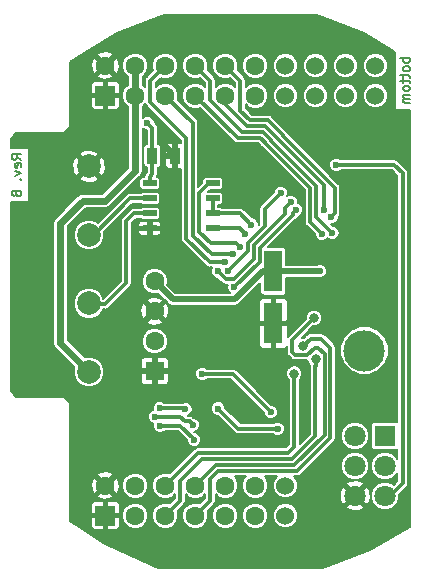
<source format=gbr>
G04 #@! TF.GenerationSoftware,KiCad,Pcbnew,5.0.0-fee4fd1~66~ubuntu16.04.1*
G04 #@! TF.CreationDate,2018-09-22T21:32:25+02:00*
G04 #@! TF.ProjectId,bus-module_atmega328,6275732D6D6F64756C655F61746D6567,B*
G04 #@! TF.SameCoordinates,Original*
G04 #@! TF.FileFunction,Copper,L2,Bot,Signal*
G04 #@! TF.FilePolarity,Positive*
%FSLAX46Y46*%
G04 Gerber Fmt 4.6, Leading zero omitted, Abs format (unit mm)*
G04 Created by KiCad (PCBNEW 5.0.0-fee4fd1~66~ubuntu16.04.1) date Sat Sep 22 21:32:25 2018*
%MOMM*%
%LPD*%
G01*
G04 APERTURE LIST*
G04 #@! TA.AperFunction,NonConductor*
%ADD10C,0.150000*%
G04 #@! TD*
G04 #@! TA.AperFunction,SMDPad,CuDef*
%ADD11R,1.600200X3.500120*%
G04 #@! TD*
G04 #@! TA.AperFunction,SMDPad,CuDef*
%ADD12R,0.889000X1.397000*%
G04 #@! TD*
G04 #@! TA.AperFunction,SMDPad,CuDef*
%ADD13R,1.143000X0.508000*%
G04 #@! TD*
G04 #@! TA.AperFunction,ComponentPad*
%ADD14C,1.600000*%
G04 #@! TD*
G04 #@! TA.AperFunction,ComponentPad*
%ADD15R,1.600000X1.600000*%
G04 #@! TD*
G04 #@! TA.AperFunction,ComponentPad*
%ADD16C,1.800000*%
G04 #@! TD*
G04 #@! TA.AperFunction,ComponentPad*
%ADD17R,1.800000X1.800000*%
G04 #@! TD*
G04 #@! TA.AperFunction,ComponentPad*
%ADD18R,1.651000X1.651000*%
G04 #@! TD*
G04 #@! TA.AperFunction,ComponentPad*
%ADD19C,1.600200*%
G04 #@! TD*
G04 #@! TA.AperFunction,ComponentPad*
%ADD20C,1.524000*%
G04 #@! TD*
G04 #@! TA.AperFunction,ComponentPad*
%ADD21C,2.000000*%
G04 #@! TD*
G04 #@! TA.AperFunction,ComponentPad*
%ADD22C,3.500000*%
G04 #@! TD*
G04 #@! TA.AperFunction,ViaPad*
%ADD23C,0.800000*%
G04 #@! TD*
G04 #@! TA.AperFunction,ViaPad*
%ADD24C,0.600000*%
G04 #@! TD*
G04 #@! TA.AperFunction,Conductor*
%ADD25C,0.600000*%
G04 #@! TD*
G04 #@! TA.AperFunction,Conductor*
%ADD26C,0.300000*%
G04 #@! TD*
G04 #@! TA.AperFunction,Conductor*
%ADD27C,0.500000*%
G04 #@! TD*
G04 #@! TA.AperFunction,Conductor*
%ADD28C,0.200000*%
G04 #@! TD*
G04 APERTURE END LIST*
D10*
X81443904Y-88845761D02*
X81062952Y-88579095D01*
X81443904Y-88388619D02*
X80643904Y-88388619D01*
X80643904Y-88693380D01*
X80682000Y-88769571D01*
X80720095Y-88807666D01*
X80796285Y-88845761D01*
X80910571Y-88845761D01*
X80986761Y-88807666D01*
X81024857Y-88769571D01*
X81062952Y-88693380D01*
X81062952Y-88388619D01*
X81405809Y-89493380D02*
X81443904Y-89417190D01*
X81443904Y-89264809D01*
X81405809Y-89188619D01*
X81329619Y-89150523D01*
X81024857Y-89150523D01*
X80948666Y-89188619D01*
X80910571Y-89264809D01*
X80910571Y-89417190D01*
X80948666Y-89493380D01*
X81024857Y-89531476D01*
X81101047Y-89531476D01*
X81177238Y-89150523D01*
X80910571Y-89798142D02*
X81443904Y-89988619D01*
X80910571Y-90179095D01*
X81367714Y-90483857D02*
X81405809Y-90521952D01*
X81443904Y-90483857D01*
X81405809Y-90445761D01*
X81367714Y-90483857D01*
X81443904Y-90483857D01*
X81024857Y-91741000D02*
X81062952Y-91855285D01*
X81101047Y-91893380D01*
X81177238Y-91931476D01*
X81291523Y-91931476D01*
X81367714Y-91893380D01*
X81405809Y-91855285D01*
X81443904Y-91779095D01*
X81443904Y-91474333D01*
X80643904Y-91474333D01*
X80643904Y-91741000D01*
X80682000Y-91817190D01*
X80720095Y-91855285D01*
X80796285Y-91893380D01*
X80872476Y-91893380D01*
X80948666Y-91855285D01*
X80986761Y-91817190D01*
X81024857Y-91741000D01*
X81024857Y-91474333D01*
X114336904Y-80254285D02*
X113536904Y-80254285D01*
X113841666Y-80254285D02*
X113803571Y-80330476D01*
X113803571Y-80482857D01*
X113841666Y-80559047D01*
X113879761Y-80597142D01*
X113955952Y-80635238D01*
X114184523Y-80635238D01*
X114260714Y-80597142D01*
X114298809Y-80559047D01*
X114336904Y-80482857D01*
X114336904Y-80330476D01*
X114298809Y-80254285D01*
X114336904Y-81092380D02*
X114298809Y-81016190D01*
X114260714Y-80978095D01*
X114184523Y-80940000D01*
X113955952Y-80940000D01*
X113879761Y-80978095D01*
X113841666Y-81016190D01*
X113803571Y-81092380D01*
X113803571Y-81206666D01*
X113841666Y-81282857D01*
X113879761Y-81320952D01*
X113955952Y-81359047D01*
X114184523Y-81359047D01*
X114260714Y-81320952D01*
X114298809Y-81282857D01*
X114336904Y-81206666D01*
X114336904Y-81092380D01*
X113803571Y-81587619D02*
X113803571Y-81892380D01*
X113536904Y-81701904D02*
X114222619Y-81701904D01*
X114298809Y-81740000D01*
X114336904Y-81816190D01*
X114336904Y-81892380D01*
X113803571Y-82044761D02*
X113803571Y-82349523D01*
X113536904Y-82159047D02*
X114222619Y-82159047D01*
X114298809Y-82197142D01*
X114336904Y-82273333D01*
X114336904Y-82349523D01*
X114336904Y-82730476D02*
X114298809Y-82654285D01*
X114260714Y-82616190D01*
X114184523Y-82578095D01*
X113955952Y-82578095D01*
X113879761Y-82616190D01*
X113841666Y-82654285D01*
X113803571Y-82730476D01*
X113803571Y-82844761D01*
X113841666Y-82920952D01*
X113879761Y-82959047D01*
X113955952Y-82997142D01*
X114184523Y-82997142D01*
X114260714Y-82959047D01*
X114298809Y-82920952D01*
X114336904Y-82844761D01*
X114336904Y-82730476D01*
X114336904Y-83340000D02*
X113803571Y-83340000D01*
X113879761Y-83340000D02*
X113841666Y-83378095D01*
X113803571Y-83454285D01*
X113803571Y-83568571D01*
X113841666Y-83644761D01*
X113917857Y-83682857D01*
X114336904Y-83682857D01*
X113917857Y-83682857D02*
X113841666Y-83720952D01*
X113803571Y-83797142D01*
X113803571Y-83911428D01*
X113841666Y-83987619D01*
X113917857Y-84025714D01*
X114336904Y-84025714D01*
D11*
G04 #@! TO.P,C9,2*
G04 #@! TO.N,GND*
X102800000Y-102699640D03*
G04 #@! TO.P,C9,1*
G04 #@! TO.N,VCC*
X102800000Y-98300360D03*
G04 #@! TD*
D12*
G04 #@! TO.P,C8,2*
G04 #@! TO.N,VCC*
X92547500Y-88500000D03*
G04 #@! TO.P,C8,1*
G04 #@! TO.N,GND*
X94452500Y-88500000D03*
G04 #@! TD*
D13*
G04 #@! TO.P,U4,4*
G04 #@! TO.N,/TXD0*
X97667000Y-94655000D03*
G04 #@! TO.P,U4,3*
G04 #@! TO.N,/TXD0EN*
X97667000Y-93385000D03*
G04 #@! TO.P,U4,2*
X97667000Y-92115000D03*
G04 #@! TO.P,U4,5*
G04 #@! TO.N,GND*
X92333000Y-94655000D03*
G04 #@! TO.P,U4,6*
G04 #@! TO.N,/A*
X92333000Y-93385000D03*
G04 #@! TO.P,U4,7*
G04 #@! TO.N,/B*
X92333000Y-92115000D03*
G04 #@! TO.P,U4,1*
G04 #@! TO.N,/RXD0*
X97667000Y-90845000D03*
G04 #@! TO.P,U4,8*
G04 #@! TO.N,VCC*
X92333000Y-90845000D03*
G04 #@! TD*
D14*
G04 #@! TO.P,U5,4*
G04 #@! TO.N,VCC*
X92750000Y-99130000D03*
G04 #@! TO.P,U5,3*
G04 #@! TO.N,GND*
X92750000Y-101670000D03*
G04 #@! TO.P,U5,2*
G04 #@! TO.N,Net-(F1-Pad1)*
X92750000Y-104210000D03*
D15*
G04 #@! TO.P,U5,1*
G04 #@! TO.N,GND*
X92750000Y-106750000D03*
G04 #@! TD*
D16*
G04 #@! TO.P,J3,6*
G04 #@! TO.N,GND*
X109710000Y-117290000D03*
G04 #@! TO.P,J3,5*
G04 #@! TO.N,//RESET*
X112250000Y-117290000D03*
G04 #@! TO.P,J3,4*
G04 #@! TO.N,/PB3_MOSI*
X109710000Y-114750000D03*
G04 #@! TO.P,J3,3*
G04 #@! TO.N,/PB5_SCK*
X112250000Y-114750000D03*
G04 #@! TO.P,J3,2*
G04 #@! TO.N,VCC*
X109710000Y-112210000D03*
D17*
G04 #@! TO.P,J3,1*
G04 #@! TO.N,/PB4_MISO*
X112250000Y-112210000D03*
G04 #@! TD*
D18*
G04 #@! TO.P,J1,1*
G04 #@! TO.N,GND*
X88575000Y-83410000D03*
D19*
G04 #@! TO.P,J1,2*
X88575000Y-80870000D03*
G04 #@! TO.P,J1,3*
G04 #@! TO.N,+24V*
X91115000Y-83410000D03*
G04 #@! TO.P,J1,4*
X91115000Y-80870000D03*
G04 #@! TO.P,J1,5*
G04 #@! TO.N,/PC1*
X93655000Y-83410000D03*
G04 #@! TO.P,J1,6*
G04 #@! TO.N,/PC0*
X93655000Y-80870000D03*
G04 #@! TO.P,J1,7*
G04 #@! TO.N,/PC3*
X96195000Y-83410000D03*
G04 #@! TO.P,J1,8*
G04 #@! TO.N,/PC2*
X96195000Y-80870000D03*
G04 #@! TO.P,J1,9*
G04 #@! TO.N,/PC5*
X98735000Y-83410000D03*
G04 #@! TO.P,J1,10*
G04 #@! TO.N,/PC4*
X98735000Y-80870000D03*
G04 #@! TO.P,J1,11*
G04 #@! TO.N,N/C*
X101275000Y-83410000D03*
G04 #@! TO.P,J1,12*
G04 #@! TO.N,//RESET*
X101275000Y-80870000D03*
D20*
G04 #@! TO.P,J1,13*
G04 #@! TO.N,/PD4*
X103815000Y-83410000D03*
G04 #@! TO.P,J1,14*
G04 #@! TO.N,/PD3*
X103815000Y-80870000D03*
G04 #@! TO.P,J1,15*
G04 #@! TO.N,/PD6*
X106355000Y-83410000D03*
G04 #@! TO.P,J1,16*
G04 #@! TO.N,/PD5*
X106355000Y-80870000D03*
G04 #@! TO.P,J1,17*
G04 #@! TO.N,N/C*
X108895000Y-83410000D03*
G04 #@! TO.P,J1,18*
G04 #@! TO.N,/PD7*
X108895000Y-80870000D03*
G04 #@! TO.P,J1,19*
G04 #@! TO.N,N/C*
X111435000Y-83410000D03*
G04 #@! TO.P,J1,20*
X111435000Y-80870000D03*
G04 #@! TD*
D21*
G04 #@! TO.P,J6,1*
G04 #@! TO.N,/A*
X87175000Y-101010000D03*
G04 #@! TD*
G04 #@! TO.P,J8,1*
G04 #@! TO.N,GND*
X87175000Y-89410000D03*
G04 #@! TD*
G04 #@! TO.P,J7,1*
G04 #@! TO.N,/B*
X87175000Y-95210000D03*
G04 #@! TD*
G04 #@! TO.P,J5,1*
G04 #@! TO.N,+24V*
X87175000Y-106810000D03*
G04 #@! TD*
D22*
G04 #@! TO.P,H1,1*
G04 #@! TO.N,N/C*
X110500000Y-105000000D03*
G04 #@! TD*
D18*
G04 #@! TO.P,J2,1*
G04 #@! TO.N,GND*
X88575000Y-118970000D03*
D19*
G04 #@! TO.P,J2,2*
X88575000Y-116430000D03*
G04 #@! TO.P,J2,3*
G04 #@! TO.N,VCC*
X91115000Y-118970000D03*
G04 #@! TO.P,J2,4*
X91115000Y-116430000D03*
G04 #@! TO.P,J2,5*
G04 #@! TO.N,/AREF*
X93655000Y-118970000D03*
G04 #@! TO.P,J2,6*
G04 #@! TO.N,/AVCC*
X93655000Y-116430000D03*
G04 #@! TO.P,J2,7*
G04 #@! TO.N,/ADC6*
X96195000Y-118970000D03*
G04 #@! TO.P,J2,8*
G04 #@! TO.N,/ADC7*
X96195000Y-116430000D03*
G04 #@! TO.P,J2,9*
G04 #@! TO.N,/PB0*
X98735000Y-118970000D03*
G04 #@! TO.P,J2,10*
G04 #@! TO.N,/PB1*
X98735000Y-116430000D03*
G04 #@! TO.P,J2,11*
G04 #@! TO.N,//CSEEP*
X101275000Y-118970000D03*
G04 #@! TO.P,J2,12*
G04 #@! TO.N,/MOSI*
X101275000Y-116430000D03*
D20*
G04 #@! TO.P,J2,13*
G04 #@! TO.N,/MISO*
X103815000Y-118970000D03*
G04 #@! TO.P,J2,14*
G04 #@! TO.N,/SCK*
X103815000Y-116430000D03*
G04 #@! TD*
D23*
G04 #@! TO.N,GND*
X109149000Y-93570000D03*
X108895000Y-108048000D03*
X100838000Y-101346000D03*
X101337577Y-87732696D03*
X90953102Y-114683096D03*
X93375000Y-87010000D03*
G04 #@! TO.N,/AREF*
X106374988Y-105740401D03*
G04 #@! TO.N,/AVCC*
X104559296Y-106939986D03*
D24*
G04 #@! TO.N,/MISO*
X93194994Y-111378999D03*
X96095488Y-112529414D03*
G04 #@! TO.N,/PC1*
X99374474Y-96855924D03*
G04 #@! TO.N,/PC0*
X98701430Y-97507667D03*
G04 #@! TO.N,/PC3*
X106893927Y-95106073D03*
G04 #@! TO.N,/PC2*
X107798536Y-95048566D03*
G04 #@! TO.N,/PC5*
X107070006Y-93085721D03*
G04 #@! TO.N,/PC4*
X107716362Y-93676983D03*
G04 #@! TO.N,/PD6*
X103413541Y-91647944D03*
X98976975Y-98258729D03*
G04 #@! TO.N,/PD5*
X104274499Y-92406351D03*
X98096656Y-98297677D03*
G04 #@! TO.N,/PD7*
X104729138Y-93064623D03*
X99502877Y-99615448D03*
G04 #@! TO.N,Net-(R5-Pad2)*
X92802249Y-110580229D03*
X95995045Y-111290301D03*
G04 #@! TO.N,/TXD0EN*
X100942140Y-94324170D03*
G04 #@! TO.N,/RXD0*
X99963464Y-96218659D03*
G04 #@! TO.N,/TXD0*
X100429671Y-95157015D03*
G04 #@! TO.N,//RESET*
X108133000Y-89252000D03*
G04 #@! TO.N,//CSEEP*
X93172218Y-109870904D03*
X95350365Y-109969569D03*
D23*
G04 #@! TO.N,/ADC7*
X106250000Y-102250000D03*
G04 #@! TO.N,/ADC6*
X105300538Y-104625592D03*
D24*
G04 #@! TO.N,/PB3_MOSI*
X96775000Y-106970498D03*
X102575000Y-110210000D03*
G04 #@! TO.N,VCC*
X92131000Y-85696000D03*
X98127417Y-109901353D03*
X103175000Y-111610000D03*
X106736000Y-98269000D03*
G04 #@! TD*
D25*
G04 #@! TO.N,GND*
X93375000Y-87010000D02*
X93375000Y-87422500D01*
X93375000Y-87422500D02*
X94452500Y-88500000D01*
D26*
G04 #@! TO.N,/AREF*
X94925000Y-117700000D02*
X94925000Y-115997850D01*
X106355000Y-106326074D02*
X106374988Y-106306086D01*
X93655000Y-118970000D02*
X94925000Y-117700000D01*
X94925000Y-115997850D02*
X96722850Y-114200000D01*
X96722850Y-114200000D02*
X104376756Y-114200000D01*
X106374988Y-106306086D02*
X106374988Y-105740401D01*
X104376756Y-114200000D02*
X106355000Y-112221756D01*
X106355000Y-112221756D02*
X106355000Y-106326074D01*
G04 #@! TO.N,/AVCC*
X104559296Y-113133582D02*
X104559296Y-106939986D01*
X104056878Y-113636000D02*
X104559296Y-113133582D01*
X93655000Y-116430000D02*
X96449000Y-113636000D01*
X96449000Y-113636000D02*
X104056878Y-113636000D01*
G04 #@! TO.N,/MISO*
X94925000Y-111350000D02*
X93223993Y-111350000D01*
X96095488Y-112529414D02*
X96095488Y-112520488D01*
X93223993Y-111350000D02*
X93194994Y-111378999D01*
X96095488Y-112520488D02*
X94925000Y-111350000D01*
G04 #@! TO.N,/PC1*
X97578778Y-96855924D02*
X99374474Y-96855924D01*
X96000000Y-95277146D02*
X97578778Y-96855924D01*
X93655000Y-83410000D02*
X96000000Y-85755000D01*
X96000000Y-85755000D02*
X96000000Y-95277146D01*
G04 #@! TO.N,/PC0*
X92385000Y-83985000D02*
X92385000Y-82140000D01*
X98701430Y-97507667D02*
X97414509Y-97507667D01*
X95435910Y-87035910D02*
X92385000Y-83985000D01*
X92385000Y-82140000D02*
X93655000Y-80870000D01*
X97414509Y-97507667D02*
X95435910Y-95529068D01*
X95435910Y-95529068D02*
X95435910Y-87035910D01*
G04 #@! TO.N,/PC3*
X105919976Y-94132122D02*
X105919976Y-91256794D01*
X105919976Y-91256794D02*
X102087578Y-87424396D01*
X102087578Y-87424396D02*
X102087578Y-87372695D01*
X102087578Y-87372695D02*
X101697578Y-86982695D01*
X99767695Y-86982695D02*
X96195000Y-83410000D01*
X106893927Y-95106073D02*
X105919976Y-94132122D01*
X101697578Y-86982695D02*
X99767695Y-86982695D01*
G04 #@! TO.N,/PC2*
X97465000Y-82140000D02*
X96195000Y-80870000D01*
X100139384Y-86482684D02*
X97465000Y-83808300D01*
X101904689Y-86482684D02*
X100139384Y-86482684D01*
X102587588Y-87165583D02*
X101904689Y-86482684D01*
X107798536Y-95048566D02*
X106419987Y-93670017D01*
X102587589Y-87217285D02*
X102587588Y-87165583D01*
X106419987Y-93670017D02*
X106419986Y-91049682D01*
X97465000Y-83808300D02*
X97465000Y-82140000D01*
X106419986Y-91049682D02*
X102587589Y-87217285D01*
G04 #@! TO.N,/PC5*
X103087598Y-86958471D02*
X103087598Y-87010172D01*
X103087598Y-87010172D02*
X107070006Y-90992580D01*
X107070006Y-90992580D02*
X107070006Y-92661457D01*
X98735000Y-84117122D02*
X100600553Y-85982675D01*
X100600553Y-85982675D02*
X102111802Y-85982675D01*
X107070006Y-92661457D02*
X107070006Y-93085721D01*
X98735000Y-83410000D02*
X98735000Y-84117122D01*
X102111802Y-85982675D02*
X103087598Y-86958471D01*
G04 #@! TO.N,/PC4*
X100005000Y-84680000D02*
X100005000Y-82140000D01*
X100807664Y-85482664D02*
X100005000Y-84680000D01*
X102318913Y-85482664D02*
X100807664Y-85482664D01*
X103587609Y-86803061D02*
X103587609Y-86751360D01*
X108016361Y-91231813D02*
X103587609Y-86803061D01*
X100005000Y-82140000D02*
X98735000Y-80870000D01*
X103587609Y-86751360D02*
X102318913Y-85482664D01*
X108016361Y-93376984D02*
X108016361Y-91231813D01*
X107716362Y-93676983D02*
X108016361Y-93376984D01*
G04 #@! TO.N,/PD6*
X100649877Y-96585827D02*
X100649877Y-95856077D01*
X98976975Y-98258729D02*
X100649877Y-96585827D01*
X100649877Y-95856077D02*
X102062042Y-94443912D01*
X102062042Y-92999443D02*
X103413541Y-91647944D01*
X102062042Y-94443912D02*
X102062042Y-92999443D01*
G04 #@! TO.N,/PD5*
X98096656Y-98297677D02*
X98764425Y-98965446D01*
X101149888Y-96063188D02*
X103760580Y-93452496D01*
X103760580Y-93452496D02*
X103760580Y-92920270D01*
X103760580Y-92920270D02*
X104274499Y-92406351D01*
X101149888Y-97240138D02*
X101149888Y-96063188D01*
X98764425Y-98965446D02*
X99424580Y-98965446D01*
X99424580Y-98965446D02*
X101149888Y-97240138D01*
G04 #@! TO.N,/PD7*
X101649899Y-96270299D02*
X101649899Y-97468426D01*
X104429139Y-93364622D02*
X104429139Y-93491059D01*
X101649899Y-97468426D02*
X99502877Y-99615448D01*
X104729138Y-93064623D02*
X104429139Y-93364622D01*
X104429139Y-93491059D02*
X101649899Y-96270299D01*
D25*
G04 #@! TO.N,+24V*
X91115000Y-83410000D02*
X91115000Y-89760000D01*
X91115000Y-89760000D02*
X88575000Y-92300000D01*
X84765000Y-104365000D02*
X84765000Y-94205000D01*
X86670000Y-92300000D02*
X88575000Y-92300000D01*
X84765000Y-94205000D02*
X86670000Y-92300000D01*
X87175000Y-106810000D02*
X87175000Y-106775000D01*
X87175000Y-106775000D02*
X84765000Y-104365000D01*
X91115000Y-83410000D02*
X91115000Y-80870000D01*
D26*
G04 #@! TO.N,Net-(R5-Pad2)*
X94919236Y-110580229D02*
X95329309Y-110990302D01*
X95329309Y-110990302D02*
X95695046Y-110990302D01*
X95695046Y-110990302D02*
X95995045Y-111290301D01*
X92802249Y-110580229D02*
X94919236Y-110580229D01*
G04 #@! TO.N,/TXD0EN*
X100002970Y-93385000D02*
X100942140Y-94324170D01*
X97667000Y-93385000D02*
X100002970Y-93385000D01*
X97667000Y-92115000D02*
X97667000Y-93385000D01*
G04 #@! TO.N,/RXD0*
X99663465Y-95918660D02*
X99963464Y-96218659D01*
X96500011Y-94943513D02*
X97475158Y-95918660D01*
X97475158Y-95918660D02*
X99663465Y-95918660D01*
X96500011Y-91694489D02*
X96500011Y-94943513D01*
X97349500Y-90845000D02*
X96500011Y-91694489D01*
X97667000Y-90845000D02*
X97349500Y-90845000D01*
G04 #@! TO.N,/TXD0*
X99927656Y-94655000D02*
X100429671Y-95157015D01*
X97667000Y-94655000D02*
X99927656Y-94655000D01*
G04 #@! TO.N,//RESET*
X113000000Y-89250000D02*
X108135000Y-89250000D01*
X108135000Y-89250000D02*
X108133000Y-89252000D01*
X112250000Y-117290000D02*
X112710000Y-117290000D01*
X112710000Y-117290000D02*
X113750000Y-116250000D01*
X113750000Y-90000000D02*
X113000000Y-89250000D01*
X113750000Y-116250000D02*
X113750000Y-90000000D01*
G04 #@! TO.N,//CSEEP*
X93172218Y-109870904D02*
X95251700Y-109870904D01*
X95251700Y-109870904D02*
X95350365Y-109969569D01*
G04 #@! TO.N,/ADC7*
X104639970Y-105377034D02*
X104400000Y-105137064D01*
X106609000Y-104746000D02*
X106308714Y-104746000D01*
X104400000Y-105137064D02*
X104400000Y-104100000D01*
X106308714Y-104746000D02*
X105677680Y-105377034D01*
X107124989Y-105261989D02*
X106609000Y-104746000D01*
X104578461Y-114705417D02*
X107124989Y-112158889D01*
X96195000Y-116430000D02*
X97919583Y-114705417D01*
X104400000Y-104100000D02*
X106250000Y-102250000D01*
X107124989Y-112158889D02*
X107124989Y-105261989D01*
X105677680Y-105377034D02*
X104639970Y-105377034D01*
X97919583Y-114705417D02*
X104578461Y-114705417D01*
G04 #@! TO.N,/ADC6*
X105942130Y-103984000D02*
X105300538Y-104625592D01*
X106863000Y-103984000D02*
X105942130Y-103984000D01*
X107625000Y-104746000D02*
X106863000Y-103984000D01*
X96195000Y-118970000D02*
X97465000Y-117700000D01*
X107625000Y-112366000D02*
X107625000Y-104746000D01*
X97465000Y-117700000D02*
X97465000Y-115870245D01*
X97465000Y-115870245D02*
X98129817Y-115205428D01*
X98129817Y-115205428D02*
X104785572Y-115205428D01*
X104785572Y-115205428D02*
X107625000Y-112366000D01*
G04 #@! TO.N,/PB3_MOSI*
X102575000Y-110210000D02*
X99335498Y-106970498D01*
X99335498Y-106970498D02*
X96775000Y-106970498D01*
G04 #@! TO.N,VCC*
X92547500Y-88500000D02*
X92547500Y-86112500D01*
X92547500Y-86112500D02*
X92131000Y-85696000D01*
X99836064Y-111610000D02*
X98127417Y-109901353D01*
X103175000Y-111610000D02*
X99836064Y-111610000D01*
X92547500Y-88500000D02*
X92342684Y-88500000D01*
X92333000Y-90267000D02*
X92547500Y-90052500D01*
X92547500Y-90052500D02*
X92547500Y-88500000D01*
X92333000Y-90845000D02*
X92333000Y-90267000D01*
D27*
X99528580Y-100650420D02*
X94270420Y-100650420D01*
X101878640Y-98300360D02*
X99528580Y-100650420D01*
X102250000Y-98300360D02*
X101878640Y-98300360D01*
X94270420Y-100650420D02*
X92750000Y-99130000D01*
D26*
X106290720Y-98269000D02*
X106736000Y-98269000D01*
X106259360Y-98300360D02*
X106290720Y-98269000D01*
D27*
X102831360Y-98269000D02*
X106736000Y-98269000D01*
X102800000Y-98300360D02*
X102831360Y-98269000D01*
D26*
G04 #@! TO.N,/A*
X92333000Y-93385000D02*
X90988000Y-93385000D01*
X88575000Y-101063000D02*
X87175000Y-101063000D01*
X90353000Y-99285000D02*
X88575000Y-101063000D01*
X90353000Y-94020000D02*
X90353000Y-99285000D01*
X90988000Y-93385000D02*
X90353000Y-94020000D01*
X87175000Y-101063000D02*
X87175000Y-101010000D01*
G04 #@! TO.N,/B*
X87175000Y-95210000D02*
X87570000Y-95210000D01*
X87570000Y-95210000D02*
X90665000Y-92115000D01*
X90665000Y-92115000D02*
X92333000Y-92115000D01*
X87178000Y-95210000D02*
X87175000Y-95210000D01*
G04 #@! TD*
D28*
G04 #@! TO.N,GND*
G36*
X110455500Y-78090113D02*
X113061500Y-79718863D01*
X113061500Y-84591190D01*
X114400000Y-84591190D01*
X114400000Y-119941968D01*
X110957364Y-121909188D01*
X106981867Y-123400000D01*
X93021221Y-123400000D01*
X88548390Y-121412075D01*
X85600000Y-119446482D01*
X85600000Y-119224000D01*
X87349500Y-119224000D01*
X87349500Y-119875065D01*
X87410396Y-120022082D01*
X87522918Y-120134604D01*
X87669935Y-120195500D01*
X88321000Y-120195500D01*
X88421000Y-120095500D01*
X88421000Y-119124000D01*
X88729000Y-119124000D01*
X88729000Y-120095500D01*
X88829000Y-120195500D01*
X89480065Y-120195500D01*
X89627082Y-120134604D01*
X89739604Y-120022082D01*
X89800500Y-119875065D01*
X89800500Y-119224000D01*
X89700500Y-119124000D01*
X88729000Y-119124000D01*
X88421000Y-119124000D01*
X87449500Y-119124000D01*
X87349500Y-119224000D01*
X85600000Y-119224000D01*
X85600000Y-118064935D01*
X87349500Y-118064935D01*
X87349500Y-118716000D01*
X87449500Y-118816000D01*
X88421000Y-118816000D01*
X88421000Y-117844500D01*
X88729000Y-117844500D01*
X88729000Y-118816000D01*
X89700500Y-118816000D01*
X89765323Y-118751177D01*
X90014900Y-118751177D01*
X90014900Y-119188823D01*
X90182380Y-119593156D01*
X90491844Y-119902620D01*
X90896177Y-120070100D01*
X91333823Y-120070100D01*
X91738156Y-119902620D01*
X92047620Y-119593156D01*
X92215100Y-119188823D01*
X92215100Y-118751177D01*
X92047620Y-118346844D01*
X91738156Y-118037380D01*
X91333823Y-117869900D01*
X90896177Y-117869900D01*
X90491844Y-118037380D01*
X90182380Y-118346844D01*
X90014900Y-118751177D01*
X89765323Y-118751177D01*
X89800500Y-118716000D01*
X89800500Y-118064935D01*
X89739604Y-117917918D01*
X89627082Y-117805396D01*
X89480065Y-117744500D01*
X88829000Y-117744500D01*
X88729000Y-117844500D01*
X88421000Y-117844500D01*
X88321000Y-117744500D01*
X87669935Y-117744500D01*
X87522918Y-117805396D01*
X87410396Y-117917918D01*
X87349500Y-118064935D01*
X85600000Y-118064935D01*
X85600000Y-117325909D01*
X87896880Y-117325909D01*
X87986088Y-117502569D01*
X88441370Y-117646292D01*
X88916997Y-117604846D01*
X89163912Y-117502569D01*
X89253120Y-117325909D01*
X88575000Y-116647789D01*
X87896880Y-117325909D01*
X85600000Y-117325909D01*
X85600000Y-116296370D01*
X87358708Y-116296370D01*
X87400154Y-116771997D01*
X87502431Y-117018912D01*
X87679091Y-117108120D01*
X88357211Y-116430000D01*
X88792789Y-116430000D01*
X89470909Y-117108120D01*
X89647569Y-117018912D01*
X89791292Y-116563630D01*
X89760580Y-116211177D01*
X90014900Y-116211177D01*
X90014900Y-116648823D01*
X90182380Y-117053156D01*
X90491844Y-117362620D01*
X90896177Y-117530100D01*
X91333823Y-117530100D01*
X91738156Y-117362620D01*
X92047620Y-117053156D01*
X92215100Y-116648823D01*
X92215100Y-116211177D01*
X92554900Y-116211177D01*
X92554900Y-116648823D01*
X92722380Y-117053156D01*
X93031844Y-117362620D01*
X93436177Y-117530100D01*
X93873823Y-117530100D01*
X94278156Y-117362620D01*
X94475000Y-117165776D01*
X94475000Y-117513604D01*
X94046980Y-117941624D01*
X93873823Y-117869900D01*
X93436177Y-117869900D01*
X93031844Y-118037380D01*
X92722380Y-118346844D01*
X92554900Y-118751177D01*
X92554900Y-119188823D01*
X92722380Y-119593156D01*
X93031844Y-119902620D01*
X93436177Y-120070100D01*
X93873823Y-120070100D01*
X94278156Y-119902620D01*
X94587620Y-119593156D01*
X94755100Y-119188823D01*
X94755100Y-118751177D01*
X94683376Y-118578020D01*
X95211858Y-118049538D01*
X95249432Y-118024432D01*
X95348891Y-117875581D01*
X95375000Y-117744321D01*
X95375000Y-117744317D01*
X95383815Y-117700001D01*
X95375000Y-117655684D01*
X95375000Y-117165776D01*
X95571844Y-117362620D01*
X95976177Y-117530100D01*
X96413823Y-117530100D01*
X96818156Y-117362620D01*
X97015000Y-117165776D01*
X97015000Y-117513604D01*
X96586980Y-117941624D01*
X96413823Y-117869900D01*
X95976177Y-117869900D01*
X95571844Y-118037380D01*
X95262380Y-118346844D01*
X95094900Y-118751177D01*
X95094900Y-119188823D01*
X95262380Y-119593156D01*
X95571844Y-119902620D01*
X95976177Y-120070100D01*
X96413823Y-120070100D01*
X96818156Y-119902620D01*
X97127620Y-119593156D01*
X97295100Y-119188823D01*
X97295100Y-118751177D01*
X97634900Y-118751177D01*
X97634900Y-119188823D01*
X97802380Y-119593156D01*
X98111844Y-119902620D01*
X98516177Y-120070100D01*
X98953823Y-120070100D01*
X99358156Y-119902620D01*
X99667620Y-119593156D01*
X99835100Y-119188823D01*
X99835100Y-118751177D01*
X100174900Y-118751177D01*
X100174900Y-119188823D01*
X100342380Y-119593156D01*
X100651844Y-119902620D01*
X101056177Y-120070100D01*
X101493823Y-120070100D01*
X101898156Y-119902620D01*
X102207620Y-119593156D01*
X102375100Y-119188823D01*
X102375100Y-118758755D01*
X102753000Y-118758755D01*
X102753000Y-119181245D01*
X102914680Y-119571575D01*
X103213425Y-119870320D01*
X103603755Y-120032000D01*
X104026245Y-120032000D01*
X104416575Y-119870320D01*
X104715320Y-119571575D01*
X104877000Y-119181245D01*
X104877000Y-118758755D01*
X104715320Y-118368425D01*
X104605457Y-118258562D01*
X108959227Y-118258562D01*
X109060774Y-118445584D01*
X109552416Y-118606068D01*
X110068048Y-118566193D01*
X110359226Y-118445584D01*
X110460773Y-118258562D01*
X109710000Y-117507789D01*
X108959227Y-118258562D01*
X104605457Y-118258562D01*
X104416575Y-118069680D01*
X104026245Y-117908000D01*
X103603755Y-117908000D01*
X103213425Y-118069680D01*
X102914680Y-118368425D01*
X102753000Y-118758755D01*
X102375100Y-118758755D01*
X102375100Y-118751177D01*
X102207620Y-118346844D01*
X101898156Y-118037380D01*
X101493823Y-117869900D01*
X101056177Y-117869900D01*
X100651844Y-118037380D01*
X100342380Y-118346844D01*
X100174900Y-118751177D01*
X99835100Y-118751177D01*
X99667620Y-118346844D01*
X99358156Y-118037380D01*
X98953823Y-117869900D01*
X98516177Y-117869900D01*
X98111844Y-118037380D01*
X97802380Y-118346844D01*
X97634900Y-118751177D01*
X97295100Y-118751177D01*
X97223376Y-118578020D01*
X97751858Y-118049538D01*
X97789432Y-118024432D01*
X97888891Y-117875581D01*
X97915000Y-117744321D01*
X97915000Y-117744317D01*
X97923815Y-117700001D01*
X97915000Y-117655684D01*
X97915000Y-117165776D01*
X98111844Y-117362620D01*
X98516177Y-117530100D01*
X98953823Y-117530100D01*
X99358156Y-117362620D01*
X99667620Y-117053156D01*
X99835100Y-116648823D01*
X99835100Y-116211177D01*
X99667620Y-115806844D01*
X99516204Y-115655428D01*
X100493796Y-115655428D01*
X100342380Y-115806844D01*
X100174900Y-116211177D01*
X100174900Y-116648823D01*
X100342380Y-117053156D01*
X100651844Y-117362620D01*
X101056177Y-117530100D01*
X101493823Y-117530100D01*
X101898156Y-117362620D01*
X102207620Y-117053156D01*
X102375100Y-116648823D01*
X102375100Y-116211177D01*
X102207620Y-115806844D01*
X102056204Y-115655428D01*
X103087677Y-115655428D01*
X102914680Y-115828425D01*
X102753000Y-116218755D01*
X102753000Y-116641245D01*
X102914680Y-117031575D01*
X103213425Y-117330320D01*
X103603755Y-117492000D01*
X104026245Y-117492000D01*
X104416575Y-117330320D01*
X104614479Y-117132416D01*
X108393932Y-117132416D01*
X108433807Y-117648048D01*
X108554416Y-117939226D01*
X108741438Y-118040773D01*
X109492211Y-117290000D01*
X109927789Y-117290000D01*
X110678562Y-118040773D01*
X110865584Y-117939226D01*
X111026068Y-117447584D01*
X110986193Y-116931952D01*
X110865584Y-116640774D01*
X110678562Y-116539227D01*
X109927789Y-117290000D01*
X109492211Y-117290000D01*
X108741438Y-116539227D01*
X108554416Y-116640774D01*
X108393932Y-117132416D01*
X104614479Y-117132416D01*
X104715320Y-117031575D01*
X104877000Y-116641245D01*
X104877000Y-116321438D01*
X108959227Y-116321438D01*
X109710000Y-117072211D01*
X110460773Y-116321438D01*
X110359226Y-116134416D01*
X109867584Y-115973932D01*
X109351952Y-116013807D01*
X109060774Y-116134416D01*
X108959227Y-116321438D01*
X104877000Y-116321438D01*
X104877000Y-116218755D01*
X104715320Y-115828425D01*
X104542323Y-115655428D01*
X104741252Y-115655428D01*
X104785572Y-115664244D01*
X104829892Y-115655428D01*
X104829893Y-115655428D01*
X104961153Y-115629319D01*
X105110004Y-115529860D01*
X105135112Y-115492283D01*
X106116090Y-114511305D01*
X108510000Y-114511305D01*
X108510000Y-114988695D01*
X108692689Y-115429745D01*
X109030255Y-115767311D01*
X109471305Y-115950000D01*
X109948695Y-115950000D01*
X110389745Y-115767311D01*
X110727311Y-115429745D01*
X110910000Y-114988695D01*
X110910000Y-114511305D01*
X110727311Y-114070255D01*
X110389745Y-113732689D01*
X109948695Y-113550000D01*
X109471305Y-113550000D01*
X109030255Y-113732689D01*
X108692689Y-114070255D01*
X108510000Y-114511305D01*
X106116090Y-114511305D01*
X107911861Y-112715536D01*
X107949432Y-112690432D01*
X107974536Y-112652861D01*
X107974538Y-112652859D01*
X108048891Y-112541582D01*
X108083816Y-112366000D01*
X108075000Y-112321679D01*
X108075000Y-111971305D01*
X108510000Y-111971305D01*
X108510000Y-112448695D01*
X108692689Y-112889745D01*
X109030255Y-113227311D01*
X109471305Y-113410000D01*
X109948695Y-113410000D01*
X110389745Y-113227311D01*
X110727311Y-112889745D01*
X110910000Y-112448695D01*
X110910000Y-111971305D01*
X110727311Y-111530255D01*
X110389745Y-111192689D01*
X109948695Y-111010000D01*
X109471305Y-111010000D01*
X109030255Y-111192689D01*
X108692689Y-111530255D01*
X108510000Y-111971305D01*
X108075000Y-111971305D01*
X108075000Y-104790320D01*
X108083816Y-104746000D01*
X108059865Y-104625592D01*
X108053230Y-104592230D01*
X108450000Y-104592230D01*
X108450000Y-105407770D01*
X108762094Y-106161232D01*
X109338768Y-106737906D01*
X110092230Y-107050000D01*
X110907770Y-107050000D01*
X111661232Y-106737906D01*
X112237906Y-106161232D01*
X112550000Y-105407770D01*
X112550000Y-104592230D01*
X112237906Y-103838768D01*
X111661232Y-103262094D01*
X110907770Y-102950000D01*
X110092230Y-102950000D01*
X109338768Y-103262094D01*
X108762094Y-103838768D01*
X108450000Y-104592230D01*
X108053230Y-104592230D01*
X108048891Y-104570419D01*
X107949432Y-104421568D01*
X107911857Y-104396461D01*
X107212540Y-103697145D01*
X107187432Y-103659568D01*
X107038581Y-103560109D01*
X106907321Y-103534000D01*
X106907320Y-103534000D01*
X106863000Y-103525184D01*
X106818680Y-103534000D01*
X105986449Y-103534000D01*
X105942129Y-103525184D01*
X105897809Y-103534000D01*
X105766549Y-103560109D01*
X105617698Y-103659568D01*
X105592591Y-103697143D01*
X105364142Y-103925592D01*
X105210803Y-103925592D01*
X106186396Y-102950000D01*
X106389239Y-102950000D01*
X106646518Y-102843432D01*
X106843432Y-102646518D01*
X106950000Y-102389239D01*
X106950000Y-102110761D01*
X106843432Y-101853482D01*
X106646518Y-101656568D01*
X106389239Y-101550000D01*
X106110761Y-101550000D01*
X105853482Y-101656568D01*
X105656568Y-101853482D01*
X105550000Y-102110761D01*
X105550000Y-102313604D01*
X104113143Y-103750462D01*
X104075569Y-103775568D01*
X104050463Y-103813142D01*
X104000100Y-103888515D01*
X104000100Y-102953640D01*
X103900100Y-102853640D01*
X102954000Y-102853640D01*
X102954000Y-104749700D01*
X103054000Y-104849700D01*
X103679665Y-104849700D01*
X103826682Y-104788804D01*
X103939204Y-104676282D01*
X103950000Y-104650217D01*
X103950000Y-105092744D01*
X103941184Y-105137064D01*
X103950000Y-105181384D01*
X103976109Y-105312644D01*
X104075568Y-105461496D01*
X104113145Y-105486604D01*
X104290430Y-105663889D01*
X104315538Y-105701466D01*
X104464389Y-105800925D01*
X104595649Y-105827034D01*
X104595650Y-105827034D01*
X104639970Y-105835850D01*
X104684290Y-105827034D01*
X105633360Y-105827034D01*
X105674988Y-105835315D01*
X105674988Y-105879640D01*
X105781556Y-106136919D01*
X105908549Y-106263912D01*
X105896184Y-106326074D01*
X105905001Y-106370399D01*
X105905000Y-112035360D01*
X105009296Y-112931065D01*
X105009296Y-107479936D01*
X105152728Y-107336504D01*
X105259296Y-107079225D01*
X105259296Y-106800747D01*
X105152728Y-106543468D01*
X104955814Y-106346554D01*
X104698535Y-106239986D01*
X104420057Y-106239986D01*
X104162778Y-106346554D01*
X103965864Y-106543468D01*
X103859296Y-106800747D01*
X103859296Y-107079225D01*
X103965864Y-107336504D01*
X104109297Y-107479937D01*
X104109296Y-112947186D01*
X103870483Y-113186000D01*
X96493320Y-113186000D01*
X96449000Y-113177184D01*
X96404680Y-113186000D01*
X96404679Y-113186000D01*
X96273419Y-113212109D01*
X96124568Y-113311568D01*
X96099462Y-113349142D01*
X94046981Y-115401624D01*
X93873823Y-115329900D01*
X93436177Y-115329900D01*
X93031844Y-115497380D01*
X92722380Y-115806844D01*
X92554900Y-116211177D01*
X92215100Y-116211177D01*
X92047620Y-115806844D01*
X91738156Y-115497380D01*
X91333823Y-115329900D01*
X90896177Y-115329900D01*
X90491844Y-115497380D01*
X90182380Y-115806844D01*
X90014900Y-116211177D01*
X89760580Y-116211177D01*
X89749846Y-116088003D01*
X89647569Y-115841088D01*
X89470909Y-115751880D01*
X88792789Y-116430000D01*
X88357211Y-116430000D01*
X87679091Y-115751880D01*
X87502431Y-115841088D01*
X87358708Y-116296370D01*
X85600000Y-116296370D01*
X85600000Y-115534091D01*
X87896880Y-115534091D01*
X88575000Y-116212211D01*
X89253120Y-115534091D01*
X89163912Y-115357431D01*
X88708630Y-115213708D01*
X88233003Y-115255154D01*
X87986088Y-115357431D01*
X87896880Y-115534091D01*
X85600000Y-115534091D01*
X85600000Y-110460882D01*
X92202249Y-110460882D01*
X92202249Y-110699576D01*
X92293593Y-110920102D01*
X92462376Y-111088885D01*
X92635948Y-111160780D01*
X92594994Y-111259652D01*
X92594994Y-111498346D01*
X92686338Y-111718872D01*
X92855121Y-111887655D01*
X93075647Y-111978999D01*
X93314341Y-111978999D01*
X93534867Y-111887655D01*
X93622522Y-111800000D01*
X94738605Y-111800000D01*
X95495488Y-112556884D01*
X95495488Y-112648761D01*
X95586832Y-112869287D01*
X95755615Y-113038070D01*
X95976141Y-113129414D01*
X96214835Y-113129414D01*
X96435361Y-113038070D01*
X96604144Y-112869287D01*
X96695488Y-112648761D01*
X96695488Y-112410067D01*
X96604144Y-112189541D01*
X96435361Y-112020758D01*
X96214835Y-111929414D01*
X96140810Y-111929414D01*
X96101697Y-111890301D01*
X96114392Y-111890301D01*
X96334918Y-111798957D01*
X96503701Y-111630174D01*
X96595045Y-111409648D01*
X96595045Y-111170954D01*
X96503701Y-110950428D01*
X96334918Y-110781645D01*
X96114392Y-110690301D01*
X96035802Y-110690301D01*
X96019478Y-110665870D01*
X95870627Y-110566411D01*
X95739367Y-110540302D01*
X95739366Y-110540302D01*
X95695046Y-110531486D01*
X95650726Y-110540302D01*
X95540369Y-110540302D01*
X95690238Y-110478225D01*
X95859021Y-110309442D01*
X95950365Y-110088916D01*
X95950365Y-109850222D01*
X95922110Y-109782006D01*
X97527417Y-109782006D01*
X97527417Y-110020700D01*
X97618761Y-110241226D01*
X97787544Y-110410009D01*
X98008070Y-110501353D01*
X98091022Y-110501353D01*
X99486526Y-111896858D01*
X99511632Y-111934432D01*
X99660483Y-112033891D01*
X99791743Y-112060000D01*
X99791744Y-112060000D01*
X99836064Y-112068816D01*
X99880384Y-112060000D01*
X102776471Y-112060000D01*
X102835127Y-112118656D01*
X103055653Y-112210000D01*
X103294347Y-112210000D01*
X103514873Y-112118656D01*
X103683656Y-111949873D01*
X103775000Y-111729347D01*
X103775000Y-111490653D01*
X103683656Y-111270127D01*
X103514873Y-111101344D01*
X103294347Y-111010000D01*
X103055653Y-111010000D01*
X102835127Y-111101344D01*
X102776471Y-111160000D01*
X100022460Y-111160000D01*
X98727417Y-109864958D01*
X98727417Y-109782006D01*
X98636073Y-109561480D01*
X98467290Y-109392697D01*
X98246764Y-109301353D01*
X98008070Y-109301353D01*
X97787544Y-109392697D01*
X97618761Y-109561480D01*
X97527417Y-109782006D01*
X95922110Y-109782006D01*
X95859021Y-109629696D01*
X95690238Y-109460913D01*
X95469712Y-109369569D01*
X95231018Y-109369569D01*
X95107083Y-109420904D01*
X93570747Y-109420904D01*
X93512091Y-109362248D01*
X93291565Y-109270904D01*
X93052871Y-109270904D01*
X92832345Y-109362248D01*
X92663562Y-109531031D01*
X92572218Y-109751557D01*
X92572218Y-109990251D01*
X92584884Y-110020829D01*
X92462376Y-110071573D01*
X92293593Y-110240356D01*
X92202249Y-110460882D01*
X85600000Y-110460882D01*
X85600000Y-109500000D01*
X85592388Y-109461732D01*
X85570711Y-109429289D01*
X85070711Y-108929289D01*
X85038268Y-108907612D01*
X85000000Y-108900000D01*
X81041422Y-108900000D01*
X80600000Y-108458578D01*
X80600000Y-94205000D01*
X84153247Y-94205000D01*
X84165001Y-94264091D01*
X84165000Y-104305914D01*
X84153247Y-104365000D01*
X84165000Y-104424086D01*
X84165000Y-104424090D01*
X84199813Y-104599107D01*
X84332425Y-104797575D01*
X84382522Y-104831049D01*
X85941746Y-106390274D01*
X85875000Y-106551414D01*
X85875000Y-107068586D01*
X86072913Y-107546391D01*
X86438609Y-107912087D01*
X86916414Y-108110000D01*
X87433586Y-108110000D01*
X87911391Y-107912087D01*
X88277087Y-107546391D01*
X88475000Y-107068586D01*
X88475000Y-107004000D01*
X91550000Y-107004000D01*
X91550000Y-107629565D01*
X91610896Y-107776582D01*
X91723418Y-107889104D01*
X91870435Y-107950000D01*
X92496000Y-107950000D01*
X92596000Y-107850000D01*
X92596000Y-106904000D01*
X92904000Y-106904000D01*
X92904000Y-107850000D01*
X93004000Y-107950000D01*
X93629565Y-107950000D01*
X93776582Y-107889104D01*
X93889104Y-107776582D01*
X93950000Y-107629565D01*
X93950000Y-107004000D01*
X93850000Y-106904000D01*
X92904000Y-106904000D01*
X92596000Y-106904000D01*
X91650000Y-106904000D01*
X91550000Y-107004000D01*
X88475000Y-107004000D01*
X88475000Y-106851151D01*
X96175000Y-106851151D01*
X96175000Y-107089845D01*
X96266344Y-107310371D01*
X96435127Y-107479154D01*
X96655653Y-107570498D01*
X96894347Y-107570498D01*
X97114873Y-107479154D01*
X97173529Y-107420498D01*
X99149103Y-107420498D01*
X101975000Y-110246396D01*
X101975000Y-110329347D01*
X102066344Y-110549873D01*
X102235127Y-110718656D01*
X102455653Y-110810000D01*
X102694347Y-110810000D01*
X102914873Y-110718656D01*
X103083656Y-110549873D01*
X103175000Y-110329347D01*
X103175000Y-110090653D01*
X103083656Y-109870127D01*
X102914873Y-109701344D01*
X102694347Y-109610000D01*
X102611396Y-109610000D01*
X99685038Y-106683643D01*
X99659930Y-106646066D01*
X99511079Y-106546607D01*
X99379819Y-106520498D01*
X99379818Y-106520498D01*
X99335498Y-106511682D01*
X99291178Y-106520498D01*
X97173529Y-106520498D01*
X97114873Y-106461842D01*
X96894347Y-106370498D01*
X96655653Y-106370498D01*
X96435127Y-106461842D01*
X96266344Y-106630625D01*
X96175000Y-106851151D01*
X88475000Y-106851151D01*
X88475000Y-106551414D01*
X88277087Y-106073609D01*
X88073913Y-105870435D01*
X91550000Y-105870435D01*
X91550000Y-106496000D01*
X91650000Y-106596000D01*
X92596000Y-106596000D01*
X92596000Y-105650000D01*
X92904000Y-105650000D01*
X92904000Y-106596000D01*
X93850000Y-106596000D01*
X93950000Y-106496000D01*
X93950000Y-105870435D01*
X93889104Y-105723418D01*
X93776582Y-105610896D01*
X93629565Y-105550000D01*
X93004000Y-105550000D01*
X92904000Y-105650000D01*
X92596000Y-105650000D01*
X92496000Y-105550000D01*
X91870435Y-105550000D01*
X91723418Y-105610896D01*
X91610896Y-105723418D01*
X91550000Y-105870435D01*
X88073913Y-105870435D01*
X87911391Y-105707913D01*
X87433586Y-105510000D01*
X86916414Y-105510000D01*
X86804771Y-105556244D01*
X85365000Y-104116473D01*
X85365000Y-103991196D01*
X91650000Y-103991196D01*
X91650000Y-104428804D01*
X91817465Y-104833100D01*
X92126900Y-105142535D01*
X92531196Y-105310000D01*
X92968804Y-105310000D01*
X93373100Y-105142535D01*
X93682535Y-104833100D01*
X93850000Y-104428804D01*
X93850000Y-103991196D01*
X93682535Y-103586900D01*
X93373100Y-103277465D01*
X92968804Y-103110000D01*
X92531196Y-103110000D01*
X92126900Y-103277465D01*
X91817465Y-103586900D01*
X91650000Y-103991196D01*
X85365000Y-103991196D01*
X85365000Y-102953640D01*
X101599900Y-102953640D01*
X101599900Y-104529265D01*
X101660796Y-104676282D01*
X101773318Y-104788804D01*
X101920335Y-104849700D01*
X102546000Y-104849700D01*
X102646000Y-104749700D01*
X102646000Y-102853640D01*
X101699900Y-102853640D01*
X101599900Y-102953640D01*
X85365000Y-102953640D01*
X85365000Y-102565837D01*
X92071952Y-102565837D01*
X92161148Y-102742487D01*
X92616394Y-102886192D01*
X93091981Y-102844743D01*
X93338852Y-102742487D01*
X93428048Y-102565837D01*
X92750000Y-101887789D01*
X92071952Y-102565837D01*
X85365000Y-102565837D01*
X85365000Y-100751414D01*
X85875000Y-100751414D01*
X85875000Y-101268586D01*
X86072913Y-101746391D01*
X86438609Y-102112087D01*
X86916414Y-102310000D01*
X87433586Y-102310000D01*
X87911391Y-102112087D01*
X88277087Y-101746391D01*
X88364070Y-101536394D01*
X91533808Y-101536394D01*
X91575257Y-102011981D01*
X91677513Y-102258852D01*
X91854163Y-102348048D01*
X92532211Y-101670000D01*
X92967789Y-101670000D01*
X93645837Y-102348048D01*
X93822487Y-102258852D01*
X93966192Y-101803606D01*
X93924743Y-101328019D01*
X93822487Y-101081148D01*
X93645837Y-100991952D01*
X92967789Y-101670000D01*
X92532211Y-101670000D01*
X91854163Y-100991952D01*
X91677513Y-101081148D01*
X91533808Y-101536394D01*
X88364070Y-101536394D01*
X88373761Y-101513000D01*
X88530680Y-101513000D01*
X88575000Y-101521816D01*
X88619320Y-101513000D01*
X88619321Y-101513000D01*
X88750581Y-101486891D01*
X88899432Y-101387432D01*
X88924540Y-101349855D01*
X89500232Y-100774163D01*
X92071952Y-100774163D01*
X92750000Y-101452211D01*
X93428048Y-100774163D01*
X93338852Y-100597513D01*
X92883606Y-100453808D01*
X92408019Y-100495257D01*
X92161148Y-100597513D01*
X92071952Y-100774163D01*
X89500232Y-100774163D01*
X90639858Y-99634538D01*
X90677432Y-99609432D01*
X90776891Y-99460581D01*
X90803000Y-99329321D01*
X90803000Y-99329320D01*
X90811816Y-99285000D01*
X90803000Y-99240680D01*
X90803000Y-94882000D01*
X91361500Y-94882000D01*
X91361500Y-94988565D01*
X91422396Y-95135582D01*
X91534918Y-95248104D01*
X91681935Y-95309000D01*
X92079000Y-95309000D01*
X92179000Y-95209000D01*
X92179000Y-94782000D01*
X92487000Y-94782000D01*
X92487000Y-95209000D01*
X92587000Y-95309000D01*
X92984065Y-95309000D01*
X93131082Y-95248104D01*
X93243604Y-95135582D01*
X93304500Y-94988565D01*
X93304500Y-94882000D01*
X93204500Y-94782000D01*
X92487000Y-94782000D01*
X92179000Y-94782000D01*
X91461500Y-94782000D01*
X91361500Y-94882000D01*
X90803000Y-94882000D01*
X90803000Y-94321435D01*
X91361500Y-94321435D01*
X91361500Y-94428000D01*
X91461500Y-94528000D01*
X92179000Y-94528000D01*
X92179000Y-94101000D01*
X92487000Y-94101000D01*
X92487000Y-94528000D01*
X93204500Y-94528000D01*
X93304500Y-94428000D01*
X93304500Y-94321435D01*
X93243604Y-94174418D01*
X93131082Y-94061896D01*
X92984065Y-94001000D01*
X92587000Y-94001000D01*
X92487000Y-94101000D01*
X92179000Y-94101000D01*
X92079000Y-94001000D01*
X91681935Y-94001000D01*
X91534918Y-94061896D01*
X91422396Y-94174418D01*
X91361500Y-94321435D01*
X90803000Y-94321435D01*
X90803000Y-94206395D01*
X91174397Y-93835000D01*
X91531656Y-93835000D01*
X91545212Y-93855288D01*
X91644446Y-93921593D01*
X91761500Y-93944877D01*
X92904500Y-93944877D01*
X93021554Y-93921593D01*
X93120788Y-93855288D01*
X93187093Y-93756054D01*
X93210377Y-93639000D01*
X93210377Y-93131000D01*
X93187093Y-93013946D01*
X93120788Y-92914712D01*
X93021554Y-92848407D01*
X92904500Y-92825123D01*
X91761500Y-92825123D01*
X91644446Y-92848407D01*
X91545212Y-92914712D01*
X91531656Y-92935000D01*
X91032320Y-92935000D01*
X90988000Y-92926184D01*
X90943680Y-92935000D01*
X90943679Y-92935000D01*
X90812419Y-92961109D01*
X90775333Y-92985889D01*
X90701141Y-93035462D01*
X90701140Y-93035463D01*
X90663568Y-93060568D01*
X90638463Y-93098140D01*
X90066145Y-93670460D01*
X90028568Y-93695568D01*
X89929109Y-93844420D01*
X89909127Y-93944877D01*
X89894184Y-94020000D01*
X89903000Y-94064320D01*
X89903001Y-99098603D01*
X88409155Y-100592450D01*
X88277087Y-100273609D01*
X87911391Y-99907913D01*
X87433586Y-99710000D01*
X86916414Y-99710000D01*
X86438609Y-99907913D01*
X86072913Y-100273609D01*
X85875000Y-100751414D01*
X85365000Y-100751414D01*
X85365000Y-94951414D01*
X85875000Y-94951414D01*
X85875000Y-95468586D01*
X86072913Y-95946391D01*
X86438609Y-96312087D01*
X86916414Y-96510000D01*
X87433586Y-96510000D01*
X87911391Y-96312087D01*
X88277087Y-95946391D01*
X88475000Y-95468586D01*
X88475000Y-94951414D01*
X88472066Y-94944330D01*
X90851396Y-92565000D01*
X91531656Y-92565000D01*
X91545212Y-92585288D01*
X91644446Y-92651593D01*
X91761500Y-92674877D01*
X92904500Y-92674877D01*
X93021554Y-92651593D01*
X93120788Y-92585288D01*
X93187093Y-92486054D01*
X93210377Y-92369000D01*
X93210377Y-91861000D01*
X93187093Y-91743946D01*
X93120788Y-91644712D01*
X93021554Y-91578407D01*
X92904500Y-91555123D01*
X91761500Y-91555123D01*
X91644446Y-91578407D01*
X91545212Y-91644712D01*
X91531656Y-91665000D01*
X90709320Y-91665000D01*
X90665000Y-91656184D01*
X90620680Y-91665000D01*
X90620679Y-91665000D01*
X90489419Y-91691109D01*
X90340568Y-91790568D01*
X90315462Y-91828142D01*
X87973541Y-94170063D01*
X87911391Y-94107913D01*
X87433586Y-93910000D01*
X86916414Y-93910000D01*
X86438609Y-94107913D01*
X86072913Y-94473609D01*
X85875000Y-94951414D01*
X85365000Y-94951414D01*
X85365000Y-94453527D01*
X86918528Y-92900000D01*
X88515914Y-92900000D01*
X88575000Y-92911753D01*
X88634086Y-92900000D01*
X88634091Y-92900000D01*
X88809108Y-92865187D01*
X89007575Y-92732575D01*
X89041049Y-92682478D01*
X91497481Y-90226047D01*
X91547575Y-90192575D01*
X91680187Y-89994108D01*
X91715000Y-89819091D01*
X91715000Y-89819087D01*
X91726753Y-89760001D01*
X91715000Y-89700915D01*
X91715000Y-86128529D01*
X91791127Y-86204656D01*
X92011653Y-86296000D01*
X92094604Y-86296000D01*
X92097501Y-86298897D01*
X92097500Y-87496717D01*
X91985946Y-87518907D01*
X91886712Y-87585212D01*
X91820407Y-87684446D01*
X91797123Y-87801500D01*
X91797123Y-89198500D01*
X91820407Y-89315554D01*
X91886712Y-89414788D01*
X91985946Y-89481093D01*
X92097500Y-89503283D01*
X92097500Y-89866105D01*
X92046143Y-89917462D01*
X92008569Y-89942568D01*
X91970195Y-89999999D01*
X91909110Y-90091419D01*
X91874184Y-90267000D01*
X91877789Y-90285123D01*
X91761500Y-90285123D01*
X91644446Y-90308407D01*
X91545212Y-90374712D01*
X91478907Y-90473946D01*
X91455623Y-90591000D01*
X91455623Y-91099000D01*
X91478907Y-91216054D01*
X91545212Y-91315288D01*
X91644446Y-91381593D01*
X91761500Y-91404877D01*
X92904500Y-91404877D01*
X93021554Y-91381593D01*
X93120788Y-91315288D01*
X93187093Y-91216054D01*
X93210377Y-91099000D01*
X93210377Y-90591000D01*
X93187093Y-90473946D01*
X93120788Y-90374712D01*
X93021554Y-90308407D01*
X92929901Y-90290176D01*
X92971391Y-90228081D01*
X92997500Y-90096821D01*
X92997500Y-90096820D01*
X93006316Y-90052500D01*
X92997500Y-90008180D01*
X92997500Y-89503283D01*
X93109054Y-89481093D01*
X93208288Y-89414788D01*
X93274593Y-89315554D01*
X93297877Y-89198500D01*
X93297877Y-88754000D01*
X93608000Y-88754000D01*
X93608000Y-89278065D01*
X93668896Y-89425082D01*
X93781418Y-89537604D01*
X93928435Y-89598500D01*
X94198500Y-89598500D01*
X94298500Y-89498500D01*
X94298500Y-88654000D01*
X93708000Y-88654000D01*
X93608000Y-88754000D01*
X93297877Y-88754000D01*
X93297877Y-87801500D01*
X93282051Y-87721935D01*
X93608000Y-87721935D01*
X93608000Y-88246000D01*
X93708000Y-88346000D01*
X94298500Y-88346000D01*
X94298500Y-87501500D01*
X94198500Y-87401500D01*
X93928435Y-87401500D01*
X93781418Y-87462396D01*
X93668896Y-87574918D01*
X93608000Y-87721935D01*
X93282051Y-87721935D01*
X93274593Y-87684446D01*
X93208288Y-87585212D01*
X93109054Y-87518907D01*
X92997500Y-87496717D01*
X92997500Y-86156820D01*
X93006316Y-86112500D01*
X92991074Y-86035873D01*
X92971391Y-85936919D01*
X92871932Y-85788068D01*
X92834357Y-85762961D01*
X92731000Y-85659604D01*
X92731000Y-85576653D01*
X92639656Y-85356127D01*
X92470873Y-85187344D01*
X92250347Y-85096000D01*
X92011653Y-85096000D01*
X91791127Y-85187344D01*
X91715000Y-85263471D01*
X91715000Y-84352212D01*
X91738156Y-84342620D01*
X91954321Y-84126455D01*
X91961109Y-84160580D01*
X92060568Y-84309432D01*
X92098145Y-84334540D01*
X94985911Y-87222307D01*
X94985911Y-87405371D01*
X94976565Y-87401500D01*
X94706500Y-87401500D01*
X94606500Y-87501500D01*
X94606500Y-88346000D01*
X94626500Y-88346000D01*
X94626500Y-88654000D01*
X94606500Y-88654000D01*
X94606500Y-89498500D01*
X94706500Y-89598500D01*
X94976565Y-89598500D01*
X94985911Y-89594629D01*
X94985910Y-95484748D01*
X94977094Y-95529068D01*
X94985910Y-95573388D01*
X95012019Y-95704648D01*
X95111478Y-95853500D01*
X95149055Y-95878608D01*
X97064973Y-97794527D01*
X97090077Y-97832099D01*
X97127648Y-97857203D01*
X97127650Y-97857205D01*
X97238927Y-97931558D01*
X97414509Y-97966483D01*
X97458831Y-97957667D01*
X97588137Y-97957667D01*
X97588000Y-97957804D01*
X97496656Y-98178330D01*
X97496656Y-98417024D01*
X97588000Y-98637550D01*
X97756783Y-98806333D01*
X97977309Y-98897677D01*
X98060261Y-98897677D01*
X98414886Y-99252303D01*
X98439993Y-99289878D01*
X98588844Y-99389337D01*
X98720104Y-99415446D01*
X98720105Y-99415446D01*
X98764425Y-99424262D01*
X98808745Y-99415446D01*
X98936285Y-99415446D01*
X98902877Y-99496101D01*
X98902877Y-99734795D01*
X98994221Y-99955321D01*
X99139320Y-100100420D01*
X94498237Y-100100420D01*
X93819721Y-99421904D01*
X93850000Y-99348804D01*
X93850000Y-98911196D01*
X93682535Y-98506900D01*
X93373100Y-98197465D01*
X92968804Y-98030000D01*
X92531196Y-98030000D01*
X92126900Y-98197465D01*
X91817465Y-98506900D01*
X91650000Y-98911196D01*
X91650000Y-99348804D01*
X91817465Y-99753100D01*
X92126900Y-100062535D01*
X92531196Y-100230000D01*
X92968804Y-100230000D01*
X93041904Y-100199721D01*
X93843206Y-101001023D01*
X93873892Y-101046948D01*
X94055821Y-101168509D01*
X94216250Y-101200420D01*
X94216251Y-101200420D01*
X94270420Y-101211195D01*
X94324589Y-101200420D01*
X99474411Y-101200420D01*
X99528580Y-101211195D01*
X99582749Y-101200420D01*
X99582750Y-101200420D01*
X99743179Y-101168509D01*
X99925108Y-101046948D01*
X99955796Y-101001020D01*
X100086801Y-100870015D01*
X101599900Y-100870015D01*
X101599900Y-102445640D01*
X101699900Y-102545640D01*
X102646000Y-102545640D01*
X102646000Y-100649580D01*
X102954000Y-100649580D01*
X102954000Y-102545640D01*
X103900100Y-102545640D01*
X104000100Y-102445640D01*
X104000100Y-100870015D01*
X103939204Y-100722998D01*
X103826682Y-100610476D01*
X103679665Y-100549580D01*
X103054000Y-100549580D01*
X102954000Y-100649580D01*
X102646000Y-100649580D01*
X102546000Y-100549580D01*
X101920335Y-100549580D01*
X101773318Y-100610476D01*
X101660796Y-100722998D01*
X101599900Y-100870015D01*
X100086801Y-100870015D01*
X101694023Y-99262794D01*
X101694023Y-100050420D01*
X101717307Y-100167474D01*
X101783612Y-100266708D01*
X101882846Y-100333013D01*
X101999900Y-100356297D01*
X103600100Y-100356297D01*
X103717154Y-100333013D01*
X103816388Y-100266708D01*
X103882693Y-100167474D01*
X103905977Y-100050420D01*
X103905977Y-98819000D01*
X106495941Y-98819000D01*
X106616653Y-98869000D01*
X106855347Y-98869000D01*
X107075873Y-98777656D01*
X107244656Y-98608873D01*
X107336000Y-98388347D01*
X107336000Y-98149653D01*
X107244656Y-97929127D01*
X107075873Y-97760344D01*
X106855347Y-97669000D01*
X106616653Y-97669000D01*
X106495941Y-97719000D01*
X103905977Y-97719000D01*
X103905977Y-96550300D01*
X103882693Y-96433246D01*
X103816388Y-96334012D01*
X103717154Y-96267707D01*
X103600100Y-96244423D01*
X102312170Y-96244423D01*
X104715997Y-93840597D01*
X104753571Y-93815491D01*
X104853030Y-93666640D01*
X104853875Y-93662390D01*
X105069011Y-93573279D01*
X105237794Y-93404496D01*
X105329138Y-93183970D01*
X105329138Y-92945276D01*
X105237794Y-92724750D01*
X105069011Y-92555967D01*
X104874499Y-92475398D01*
X104874499Y-92287004D01*
X104783155Y-92066478D01*
X104614372Y-91897695D01*
X104393846Y-91806351D01*
X104155152Y-91806351D01*
X103964683Y-91885245D01*
X104013541Y-91767291D01*
X104013541Y-91528597D01*
X103922197Y-91308071D01*
X103753414Y-91139288D01*
X103532888Y-91047944D01*
X103294194Y-91047944D01*
X103073668Y-91139288D01*
X102904885Y-91308071D01*
X102813541Y-91528597D01*
X102813541Y-91611548D01*
X101775185Y-92649905D01*
X101737611Y-92675011D01*
X101699148Y-92732575D01*
X101638152Y-92823862D01*
X101603226Y-92999443D01*
X101612043Y-93043768D01*
X101612042Y-94257516D01*
X101542140Y-94327418D01*
X101542140Y-94204823D01*
X101450796Y-93984297D01*
X101282013Y-93815514D01*
X101061487Y-93724170D01*
X100978536Y-93724170D01*
X100352510Y-93098145D01*
X100327402Y-93060568D01*
X100178551Y-92961109D01*
X100047291Y-92935000D01*
X100047290Y-92935000D01*
X100002970Y-92926184D01*
X99958650Y-92935000D01*
X98468344Y-92935000D01*
X98454788Y-92914712D01*
X98355554Y-92848407D01*
X98238500Y-92825123D01*
X98117000Y-92825123D01*
X98117000Y-92674877D01*
X98238500Y-92674877D01*
X98355554Y-92651593D01*
X98454788Y-92585288D01*
X98521093Y-92486054D01*
X98544377Y-92369000D01*
X98544377Y-91861000D01*
X98521093Y-91743946D01*
X98454788Y-91644712D01*
X98355554Y-91578407D01*
X98238500Y-91555123D01*
X97275773Y-91555123D01*
X97426019Y-91404877D01*
X98238500Y-91404877D01*
X98355554Y-91381593D01*
X98454788Y-91315288D01*
X98521093Y-91216054D01*
X98544377Y-91099000D01*
X98544377Y-90591000D01*
X98521093Y-90473946D01*
X98454788Y-90374712D01*
X98355554Y-90308407D01*
X98238500Y-90285123D01*
X97095500Y-90285123D01*
X96978446Y-90308407D01*
X96879212Y-90374712D01*
X96812907Y-90473946D01*
X96789623Y-90591000D01*
X96789623Y-90768481D01*
X96450000Y-91108105D01*
X96450000Y-85799320D01*
X96458816Y-85755000D01*
X96447080Y-85696000D01*
X96423891Y-85579419D01*
X96324432Y-85430568D01*
X96286858Y-85405462D01*
X94683376Y-83801981D01*
X94755100Y-83628823D01*
X94755100Y-83191177D01*
X94587620Y-82786844D01*
X94278156Y-82477380D01*
X93873823Y-82309900D01*
X93436177Y-82309900D01*
X93031844Y-82477380D01*
X92835000Y-82674224D01*
X92835000Y-82326395D01*
X93263020Y-81898376D01*
X93436177Y-81970100D01*
X93873823Y-81970100D01*
X94278156Y-81802620D01*
X94587620Y-81493156D01*
X94755100Y-81088823D01*
X94755100Y-80651177D01*
X95094900Y-80651177D01*
X95094900Y-81088823D01*
X95262380Y-81493156D01*
X95571844Y-81802620D01*
X95976177Y-81970100D01*
X96413823Y-81970100D01*
X96586980Y-81898376D01*
X97015001Y-82326397D01*
X97015001Y-82674225D01*
X96818156Y-82477380D01*
X96413823Y-82309900D01*
X95976177Y-82309900D01*
X95571844Y-82477380D01*
X95262380Y-82786844D01*
X95094900Y-83191177D01*
X95094900Y-83628823D01*
X95262380Y-84033156D01*
X95571844Y-84342620D01*
X95976177Y-84510100D01*
X96413823Y-84510100D01*
X96586981Y-84438376D01*
X99418157Y-87269553D01*
X99443263Y-87307127D01*
X99592114Y-87406586D01*
X99723374Y-87432695D01*
X99723375Y-87432695D01*
X99767695Y-87441511D01*
X99812015Y-87432695D01*
X101511183Y-87432695D01*
X101660018Y-87581531D01*
X101663687Y-87599976D01*
X101763146Y-87748828D01*
X101800723Y-87773936D01*
X105469977Y-91443191D01*
X105469976Y-94087802D01*
X105461160Y-94132122D01*
X105469976Y-94176442D01*
X105496085Y-94307702D01*
X105595544Y-94456554D01*
X105633121Y-94481662D01*
X106293927Y-95142469D01*
X106293927Y-95225420D01*
X106385271Y-95445946D01*
X106554054Y-95614729D01*
X106774580Y-95706073D01*
X107013274Y-95706073D01*
X107233800Y-95614729D01*
X107374985Y-95473544D01*
X107458663Y-95557222D01*
X107679189Y-95648566D01*
X107917883Y-95648566D01*
X108138409Y-95557222D01*
X108307192Y-95388439D01*
X108398536Y-95167913D01*
X108398536Y-94929219D01*
X108307192Y-94708693D01*
X108138409Y-94539910D01*
X107917883Y-94448566D01*
X107834932Y-94448566D01*
X107663349Y-94276983D01*
X107835709Y-94276983D01*
X108056235Y-94185639D01*
X108225018Y-94016856D01*
X108316362Y-93796330D01*
X108316362Y-93717740D01*
X108340793Y-93701416D01*
X108440252Y-93552565D01*
X108466361Y-93421305D01*
X108466361Y-93421304D01*
X108475177Y-93376984D01*
X108466361Y-93332664D01*
X108466361Y-91276132D01*
X108475177Y-91231812D01*
X108462516Y-91168161D01*
X108440252Y-91056232D01*
X108340793Y-90907381D01*
X108303219Y-90882275D01*
X106553597Y-89132653D01*
X107533000Y-89132653D01*
X107533000Y-89371347D01*
X107624344Y-89591873D01*
X107793127Y-89760656D01*
X108013653Y-89852000D01*
X108252347Y-89852000D01*
X108472873Y-89760656D01*
X108533529Y-89700000D01*
X112813605Y-89700000D01*
X113300001Y-90186397D01*
X113300000Y-111049421D01*
X113267054Y-111027407D01*
X113150000Y-111004123D01*
X111350000Y-111004123D01*
X111232946Y-111027407D01*
X111133712Y-111093712D01*
X111067407Y-111192946D01*
X111044123Y-111310000D01*
X111044123Y-113110000D01*
X111067407Y-113227054D01*
X111133712Y-113326288D01*
X111232946Y-113392593D01*
X111350000Y-113415877D01*
X113150000Y-113415877D01*
X113267054Y-113392593D01*
X113300000Y-113370579D01*
X113300000Y-114149173D01*
X113267311Y-114070255D01*
X112929745Y-113732689D01*
X112488695Y-113550000D01*
X112011305Y-113550000D01*
X111570255Y-113732689D01*
X111232689Y-114070255D01*
X111050000Y-114511305D01*
X111050000Y-114988695D01*
X111232689Y-115429745D01*
X111570255Y-115767311D01*
X112011305Y-115950000D01*
X112488695Y-115950000D01*
X112929745Y-115767311D01*
X113267311Y-115429745D01*
X113300000Y-115350827D01*
X113300000Y-116063604D01*
X113010330Y-116353274D01*
X112929745Y-116272689D01*
X112488695Y-116090000D01*
X112011305Y-116090000D01*
X111570255Y-116272689D01*
X111232689Y-116610255D01*
X111050000Y-117051305D01*
X111050000Y-117528695D01*
X111232689Y-117969745D01*
X111570255Y-118307311D01*
X112011305Y-118490000D01*
X112488695Y-118490000D01*
X112929745Y-118307311D01*
X113267311Y-117969745D01*
X113450000Y-117528695D01*
X113450000Y-117186395D01*
X114036858Y-116599538D01*
X114074432Y-116574432D01*
X114173891Y-116425581D01*
X114200000Y-116294321D01*
X114200000Y-116294320D01*
X114208816Y-116250001D01*
X114200000Y-116205681D01*
X114200000Y-90044319D01*
X114208816Y-89999999D01*
X114197392Y-89942568D01*
X114173891Y-89824419D01*
X114074432Y-89675568D01*
X114036857Y-89650461D01*
X113349540Y-88963145D01*
X113324432Y-88925568D01*
X113175581Y-88826109D01*
X113044321Y-88800000D01*
X113044320Y-88800000D01*
X113000000Y-88791184D01*
X112955680Y-88800000D01*
X108529529Y-88800000D01*
X108472873Y-88743344D01*
X108252347Y-88652000D01*
X108013653Y-88652000D01*
X107793127Y-88743344D01*
X107624344Y-88912127D01*
X107533000Y-89132653D01*
X106553597Y-89132653D01*
X104015169Y-86594226D01*
X104011500Y-86575780D01*
X104008518Y-86571316D01*
X103937146Y-86464501D01*
X103912041Y-86426928D01*
X103874466Y-86401822D01*
X102668453Y-85195809D01*
X102643345Y-85158232D01*
X102494494Y-85058773D01*
X102363234Y-85032664D01*
X102363233Y-85032664D01*
X102318913Y-85023848D01*
X102274593Y-85032664D01*
X100994060Y-85032664D01*
X100455000Y-84493605D01*
X100455000Y-84145776D01*
X100651844Y-84342620D01*
X101056177Y-84510100D01*
X101493823Y-84510100D01*
X101898156Y-84342620D01*
X102207620Y-84033156D01*
X102375100Y-83628823D01*
X102375100Y-83198755D01*
X102753000Y-83198755D01*
X102753000Y-83621245D01*
X102914680Y-84011575D01*
X103213425Y-84310320D01*
X103603755Y-84472000D01*
X104026245Y-84472000D01*
X104416575Y-84310320D01*
X104715320Y-84011575D01*
X104877000Y-83621245D01*
X104877000Y-83198755D01*
X105293000Y-83198755D01*
X105293000Y-83621245D01*
X105454680Y-84011575D01*
X105753425Y-84310320D01*
X106143755Y-84472000D01*
X106566245Y-84472000D01*
X106956575Y-84310320D01*
X107255320Y-84011575D01*
X107417000Y-83621245D01*
X107417000Y-83198755D01*
X107833000Y-83198755D01*
X107833000Y-83621245D01*
X107994680Y-84011575D01*
X108293425Y-84310320D01*
X108683755Y-84472000D01*
X109106245Y-84472000D01*
X109496575Y-84310320D01*
X109795320Y-84011575D01*
X109957000Y-83621245D01*
X109957000Y-83198755D01*
X110373000Y-83198755D01*
X110373000Y-83621245D01*
X110534680Y-84011575D01*
X110833425Y-84310320D01*
X111223755Y-84472000D01*
X111646245Y-84472000D01*
X112036575Y-84310320D01*
X112335320Y-84011575D01*
X112497000Y-83621245D01*
X112497000Y-83198755D01*
X112335320Y-82808425D01*
X112036575Y-82509680D01*
X111646245Y-82348000D01*
X111223755Y-82348000D01*
X110833425Y-82509680D01*
X110534680Y-82808425D01*
X110373000Y-83198755D01*
X109957000Y-83198755D01*
X109795320Y-82808425D01*
X109496575Y-82509680D01*
X109106245Y-82348000D01*
X108683755Y-82348000D01*
X108293425Y-82509680D01*
X107994680Y-82808425D01*
X107833000Y-83198755D01*
X107417000Y-83198755D01*
X107255320Y-82808425D01*
X106956575Y-82509680D01*
X106566245Y-82348000D01*
X106143755Y-82348000D01*
X105753425Y-82509680D01*
X105454680Y-82808425D01*
X105293000Y-83198755D01*
X104877000Y-83198755D01*
X104715320Y-82808425D01*
X104416575Y-82509680D01*
X104026245Y-82348000D01*
X103603755Y-82348000D01*
X103213425Y-82509680D01*
X102914680Y-82808425D01*
X102753000Y-83198755D01*
X102375100Y-83198755D01*
X102375100Y-83191177D01*
X102207620Y-82786844D01*
X101898156Y-82477380D01*
X101493823Y-82309900D01*
X101056177Y-82309900D01*
X100651844Y-82477380D01*
X100455000Y-82674224D01*
X100455000Y-82184316D01*
X100463815Y-82139999D01*
X100455000Y-82095683D01*
X100455000Y-82095679D01*
X100428891Y-81964419D01*
X100329432Y-81815568D01*
X100291857Y-81790462D01*
X99763376Y-81261980D01*
X99835100Y-81088823D01*
X99835100Y-80651177D01*
X100174900Y-80651177D01*
X100174900Y-81088823D01*
X100342380Y-81493156D01*
X100651844Y-81802620D01*
X101056177Y-81970100D01*
X101493823Y-81970100D01*
X101898156Y-81802620D01*
X102207620Y-81493156D01*
X102375100Y-81088823D01*
X102375100Y-80658755D01*
X102753000Y-80658755D01*
X102753000Y-81081245D01*
X102914680Y-81471575D01*
X103213425Y-81770320D01*
X103603755Y-81932000D01*
X104026245Y-81932000D01*
X104416575Y-81770320D01*
X104715320Y-81471575D01*
X104877000Y-81081245D01*
X104877000Y-80658755D01*
X105293000Y-80658755D01*
X105293000Y-81081245D01*
X105454680Y-81471575D01*
X105753425Y-81770320D01*
X106143755Y-81932000D01*
X106566245Y-81932000D01*
X106956575Y-81770320D01*
X107255320Y-81471575D01*
X107417000Y-81081245D01*
X107417000Y-80658755D01*
X107833000Y-80658755D01*
X107833000Y-81081245D01*
X107994680Y-81471575D01*
X108293425Y-81770320D01*
X108683755Y-81932000D01*
X109106245Y-81932000D01*
X109496575Y-81770320D01*
X109795320Y-81471575D01*
X109957000Y-81081245D01*
X109957000Y-80658755D01*
X110373000Y-80658755D01*
X110373000Y-81081245D01*
X110534680Y-81471575D01*
X110833425Y-81770320D01*
X111223755Y-81932000D01*
X111646245Y-81932000D01*
X112036575Y-81770320D01*
X112335320Y-81471575D01*
X112497000Y-81081245D01*
X112497000Y-80658755D01*
X112335320Y-80268425D01*
X112036575Y-79969680D01*
X111646245Y-79808000D01*
X111223755Y-79808000D01*
X110833425Y-79969680D01*
X110534680Y-80268425D01*
X110373000Y-80658755D01*
X109957000Y-80658755D01*
X109795320Y-80268425D01*
X109496575Y-79969680D01*
X109106245Y-79808000D01*
X108683755Y-79808000D01*
X108293425Y-79969680D01*
X107994680Y-80268425D01*
X107833000Y-80658755D01*
X107417000Y-80658755D01*
X107255320Y-80268425D01*
X106956575Y-79969680D01*
X106566245Y-79808000D01*
X106143755Y-79808000D01*
X105753425Y-79969680D01*
X105454680Y-80268425D01*
X105293000Y-80658755D01*
X104877000Y-80658755D01*
X104715320Y-80268425D01*
X104416575Y-79969680D01*
X104026245Y-79808000D01*
X103603755Y-79808000D01*
X103213425Y-79969680D01*
X102914680Y-80268425D01*
X102753000Y-80658755D01*
X102375100Y-80658755D01*
X102375100Y-80651177D01*
X102207620Y-80246844D01*
X101898156Y-79937380D01*
X101493823Y-79769900D01*
X101056177Y-79769900D01*
X100651844Y-79937380D01*
X100342380Y-80246844D01*
X100174900Y-80651177D01*
X99835100Y-80651177D01*
X99667620Y-80246844D01*
X99358156Y-79937380D01*
X98953823Y-79769900D01*
X98516177Y-79769900D01*
X98111844Y-79937380D01*
X97802380Y-80246844D01*
X97634900Y-80651177D01*
X97634900Y-81088823D01*
X97802380Y-81493156D01*
X98111844Y-81802620D01*
X98516177Y-81970100D01*
X98953823Y-81970100D01*
X99126980Y-81898376D01*
X99555001Y-82326397D01*
X99555001Y-82674225D01*
X99358156Y-82477380D01*
X98953823Y-82309900D01*
X98516177Y-82309900D01*
X98111844Y-82477380D01*
X97915000Y-82674224D01*
X97915000Y-82184316D01*
X97923815Y-82139999D01*
X97915000Y-82095683D01*
X97915000Y-82095679D01*
X97888891Y-81964419D01*
X97789432Y-81815568D01*
X97751857Y-81790462D01*
X97223376Y-81261980D01*
X97295100Y-81088823D01*
X97295100Y-80651177D01*
X97127620Y-80246844D01*
X96818156Y-79937380D01*
X96413823Y-79769900D01*
X95976177Y-79769900D01*
X95571844Y-79937380D01*
X95262380Y-80246844D01*
X95094900Y-80651177D01*
X94755100Y-80651177D01*
X94587620Y-80246844D01*
X94278156Y-79937380D01*
X93873823Y-79769900D01*
X93436177Y-79769900D01*
X93031844Y-79937380D01*
X92722380Y-80246844D01*
X92554900Y-80651177D01*
X92554900Y-81088823D01*
X92626624Y-81261980D01*
X92098143Y-81790462D01*
X92060569Y-81815568D01*
X92035464Y-81853141D01*
X92035463Y-81853142D01*
X91961110Y-81964419D01*
X91926184Y-82140000D01*
X91935001Y-82184325D01*
X91935001Y-82674225D01*
X91738156Y-82477380D01*
X91715000Y-82467788D01*
X91715000Y-81812212D01*
X91738156Y-81802620D01*
X92047620Y-81493156D01*
X92215100Y-81088823D01*
X92215100Y-80651177D01*
X92047620Y-80246844D01*
X91738156Y-79937380D01*
X91333823Y-79769900D01*
X90896177Y-79769900D01*
X90491844Y-79937380D01*
X90182380Y-80246844D01*
X90014900Y-80651177D01*
X90014900Y-81088823D01*
X90182380Y-81493156D01*
X90491844Y-81802620D01*
X90515001Y-81812212D01*
X90515000Y-82467788D01*
X90491844Y-82477380D01*
X90182380Y-82786844D01*
X90014900Y-83191177D01*
X90014900Y-83628823D01*
X90182380Y-84033156D01*
X90491844Y-84342620D01*
X90515000Y-84352212D01*
X90515001Y-89511471D01*
X88326473Y-91700000D01*
X86729088Y-91700000D01*
X86670000Y-91688247D01*
X86610912Y-91700000D01*
X86610909Y-91700000D01*
X86477687Y-91726499D01*
X86435891Y-91734813D01*
X86328828Y-91806351D01*
X86237425Y-91867425D01*
X86203953Y-91917519D01*
X84382520Y-93738953D01*
X84332426Y-93772425D01*
X84298954Y-93822519D01*
X84298953Y-93822520D01*
X84199814Y-93970892D01*
X84153247Y-94205000D01*
X80600000Y-94205000D01*
X80600000Y-92458857D01*
X82118500Y-92458857D01*
X82118500Y-90451190D01*
X86351599Y-90451190D01*
X86465465Y-90648592D01*
X86993464Y-90825838D01*
X87549100Y-90787535D01*
X87884535Y-90648592D01*
X87998401Y-90451190D01*
X87175000Y-89627789D01*
X86351599Y-90451190D01*
X82118500Y-90451190D01*
X82118500Y-89228464D01*
X85759162Y-89228464D01*
X85797465Y-89784100D01*
X85936408Y-90119535D01*
X86133810Y-90233401D01*
X86957211Y-89410000D01*
X87392789Y-89410000D01*
X88216190Y-90233401D01*
X88413592Y-90119535D01*
X88590838Y-89591536D01*
X88552535Y-89035900D01*
X88413592Y-88700465D01*
X88216190Y-88586599D01*
X87392789Y-89410000D01*
X86957211Y-89410000D01*
X86133810Y-88586599D01*
X85936408Y-88700465D01*
X85759162Y-89228464D01*
X82118500Y-89228464D01*
X82118500Y-88368810D01*
X86351599Y-88368810D01*
X87175000Y-89192211D01*
X87998401Y-88368810D01*
X87884535Y-88171408D01*
X87356536Y-87994162D01*
X86800900Y-88032465D01*
X86465465Y-88171408D01*
X86351599Y-88368810D01*
X82118500Y-88368810D01*
X82118500Y-87823143D01*
X80600000Y-87823143D01*
X80600000Y-87041422D01*
X81041422Y-86600000D01*
X85000000Y-86600000D01*
X85038268Y-86592388D01*
X85070711Y-86570711D01*
X85570711Y-86070711D01*
X85592388Y-86038268D01*
X85600000Y-86000000D01*
X85600000Y-83664000D01*
X87349500Y-83664000D01*
X87349500Y-84315065D01*
X87410396Y-84462082D01*
X87522918Y-84574604D01*
X87669935Y-84635500D01*
X88321000Y-84635500D01*
X88421000Y-84535500D01*
X88421000Y-83564000D01*
X88729000Y-83564000D01*
X88729000Y-84535500D01*
X88829000Y-84635500D01*
X89480065Y-84635500D01*
X89627082Y-84574604D01*
X89739604Y-84462082D01*
X89800500Y-84315065D01*
X89800500Y-83664000D01*
X89700500Y-83564000D01*
X88729000Y-83564000D01*
X88421000Y-83564000D01*
X87449500Y-83564000D01*
X87349500Y-83664000D01*
X85600000Y-83664000D01*
X85600000Y-82504935D01*
X87349500Y-82504935D01*
X87349500Y-83156000D01*
X87449500Y-83256000D01*
X88421000Y-83256000D01*
X88421000Y-82284500D01*
X88729000Y-82284500D01*
X88729000Y-83256000D01*
X89700500Y-83256000D01*
X89800500Y-83156000D01*
X89800500Y-82504935D01*
X89739604Y-82357918D01*
X89627082Y-82245396D01*
X89480065Y-82184500D01*
X88829000Y-82184500D01*
X88729000Y-82284500D01*
X88421000Y-82284500D01*
X88321000Y-82184500D01*
X87669935Y-82184500D01*
X87522918Y-82245396D01*
X87410396Y-82357918D01*
X87349500Y-82504935D01*
X85600000Y-82504935D01*
X85600000Y-81765909D01*
X87896880Y-81765909D01*
X87986088Y-81942569D01*
X88441370Y-82086292D01*
X88916997Y-82044846D01*
X89163912Y-81942569D01*
X89253120Y-81765909D01*
X88575000Y-81087789D01*
X87896880Y-81765909D01*
X85600000Y-81765909D01*
X85600000Y-80736370D01*
X87358708Y-80736370D01*
X87400154Y-81211997D01*
X87502431Y-81458912D01*
X87679091Y-81548120D01*
X88357211Y-80870000D01*
X88792789Y-80870000D01*
X89470909Y-81548120D01*
X89647569Y-81458912D01*
X89791292Y-81003630D01*
X89749846Y-80528003D01*
X89647569Y-80281088D01*
X89470909Y-80191880D01*
X88792789Y-80870000D01*
X88357211Y-80870000D01*
X87679091Y-80191880D01*
X87502431Y-80281088D01*
X87358708Y-80736370D01*
X85600000Y-80736370D01*
X85600000Y-80555425D01*
X86530134Y-79974091D01*
X87896880Y-79974091D01*
X88575000Y-80652211D01*
X89253120Y-79974091D01*
X89163912Y-79797431D01*
X88708630Y-79653708D01*
X88233003Y-79695154D01*
X87986088Y-79797431D01*
X87896880Y-79974091D01*
X86530134Y-79974091D01*
X89544500Y-78090113D01*
X93518133Y-76600000D01*
X106481867Y-76600000D01*
X110455500Y-78090113D01*
X110455500Y-78090113D01*
G37*
X110455500Y-78090113D02*
X113061500Y-79718863D01*
X113061500Y-84591190D01*
X114400000Y-84591190D01*
X114400000Y-119941968D01*
X110957364Y-121909188D01*
X106981867Y-123400000D01*
X93021221Y-123400000D01*
X88548390Y-121412075D01*
X85600000Y-119446482D01*
X85600000Y-119224000D01*
X87349500Y-119224000D01*
X87349500Y-119875065D01*
X87410396Y-120022082D01*
X87522918Y-120134604D01*
X87669935Y-120195500D01*
X88321000Y-120195500D01*
X88421000Y-120095500D01*
X88421000Y-119124000D01*
X88729000Y-119124000D01*
X88729000Y-120095500D01*
X88829000Y-120195500D01*
X89480065Y-120195500D01*
X89627082Y-120134604D01*
X89739604Y-120022082D01*
X89800500Y-119875065D01*
X89800500Y-119224000D01*
X89700500Y-119124000D01*
X88729000Y-119124000D01*
X88421000Y-119124000D01*
X87449500Y-119124000D01*
X87349500Y-119224000D01*
X85600000Y-119224000D01*
X85600000Y-118064935D01*
X87349500Y-118064935D01*
X87349500Y-118716000D01*
X87449500Y-118816000D01*
X88421000Y-118816000D01*
X88421000Y-117844500D01*
X88729000Y-117844500D01*
X88729000Y-118816000D01*
X89700500Y-118816000D01*
X89765323Y-118751177D01*
X90014900Y-118751177D01*
X90014900Y-119188823D01*
X90182380Y-119593156D01*
X90491844Y-119902620D01*
X90896177Y-120070100D01*
X91333823Y-120070100D01*
X91738156Y-119902620D01*
X92047620Y-119593156D01*
X92215100Y-119188823D01*
X92215100Y-118751177D01*
X92047620Y-118346844D01*
X91738156Y-118037380D01*
X91333823Y-117869900D01*
X90896177Y-117869900D01*
X90491844Y-118037380D01*
X90182380Y-118346844D01*
X90014900Y-118751177D01*
X89765323Y-118751177D01*
X89800500Y-118716000D01*
X89800500Y-118064935D01*
X89739604Y-117917918D01*
X89627082Y-117805396D01*
X89480065Y-117744500D01*
X88829000Y-117744500D01*
X88729000Y-117844500D01*
X88421000Y-117844500D01*
X88321000Y-117744500D01*
X87669935Y-117744500D01*
X87522918Y-117805396D01*
X87410396Y-117917918D01*
X87349500Y-118064935D01*
X85600000Y-118064935D01*
X85600000Y-117325909D01*
X87896880Y-117325909D01*
X87986088Y-117502569D01*
X88441370Y-117646292D01*
X88916997Y-117604846D01*
X89163912Y-117502569D01*
X89253120Y-117325909D01*
X88575000Y-116647789D01*
X87896880Y-117325909D01*
X85600000Y-117325909D01*
X85600000Y-116296370D01*
X87358708Y-116296370D01*
X87400154Y-116771997D01*
X87502431Y-117018912D01*
X87679091Y-117108120D01*
X88357211Y-116430000D01*
X88792789Y-116430000D01*
X89470909Y-117108120D01*
X89647569Y-117018912D01*
X89791292Y-116563630D01*
X89760580Y-116211177D01*
X90014900Y-116211177D01*
X90014900Y-116648823D01*
X90182380Y-117053156D01*
X90491844Y-117362620D01*
X90896177Y-117530100D01*
X91333823Y-117530100D01*
X91738156Y-117362620D01*
X92047620Y-117053156D01*
X92215100Y-116648823D01*
X92215100Y-116211177D01*
X92554900Y-116211177D01*
X92554900Y-116648823D01*
X92722380Y-117053156D01*
X93031844Y-117362620D01*
X93436177Y-117530100D01*
X93873823Y-117530100D01*
X94278156Y-117362620D01*
X94475000Y-117165776D01*
X94475000Y-117513604D01*
X94046980Y-117941624D01*
X93873823Y-117869900D01*
X93436177Y-117869900D01*
X93031844Y-118037380D01*
X92722380Y-118346844D01*
X92554900Y-118751177D01*
X92554900Y-119188823D01*
X92722380Y-119593156D01*
X93031844Y-119902620D01*
X93436177Y-120070100D01*
X93873823Y-120070100D01*
X94278156Y-119902620D01*
X94587620Y-119593156D01*
X94755100Y-119188823D01*
X94755100Y-118751177D01*
X94683376Y-118578020D01*
X95211858Y-118049538D01*
X95249432Y-118024432D01*
X95348891Y-117875581D01*
X95375000Y-117744321D01*
X95375000Y-117744317D01*
X95383815Y-117700001D01*
X95375000Y-117655684D01*
X95375000Y-117165776D01*
X95571844Y-117362620D01*
X95976177Y-117530100D01*
X96413823Y-117530100D01*
X96818156Y-117362620D01*
X97015000Y-117165776D01*
X97015000Y-117513604D01*
X96586980Y-117941624D01*
X96413823Y-117869900D01*
X95976177Y-117869900D01*
X95571844Y-118037380D01*
X95262380Y-118346844D01*
X95094900Y-118751177D01*
X95094900Y-119188823D01*
X95262380Y-119593156D01*
X95571844Y-119902620D01*
X95976177Y-120070100D01*
X96413823Y-120070100D01*
X96818156Y-119902620D01*
X97127620Y-119593156D01*
X97295100Y-119188823D01*
X97295100Y-118751177D01*
X97634900Y-118751177D01*
X97634900Y-119188823D01*
X97802380Y-119593156D01*
X98111844Y-119902620D01*
X98516177Y-120070100D01*
X98953823Y-120070100D01*
X99358156Y-119902620D01*
X99667620Y-119593156D01*
X99835100Y-119188823D01*
X99835100Y-118751177D01*
X100174900Y-118751177D01*
X100174900Y-119188823D01*
X100342380Y-119593156D01*
X100651844Y-119902620D01*
X101056177Y-120070100D01*
X101493823Y-120070100D01*
X101898156Y-119902620D01*
X102207620Y-119593156D01*
X102375100Y-119188823D01*
X102375100Y-118758755D01*
X102753000Y-118758755D01*
X102753000Y-119181245D01*
X102914680Y-119571575D01*
X103213425Y-119870320D01*
X103603755Y-120032000D01*
X104026245Y-120032000D01*
X104416575Y-119870320D01*
X104715320Y-119571575D01*
X104877000Y-119181245D01*
X104877000Y-118758755D01*
X104715320Y-118368425D01*
X104605457Y-118258562D01*
X108959227Y-118258562D01*
X109060774Y-118445584D01*
X109552416Y-118606068D01*
X110068048Y-118566193D01*
X110359226Y-118445584D01*
X110460773Y-118258562D01*
X109710000Y-117507789D01*
X108959227Y-118258562D01*
X104605457Y-118258562D01*
X104416575Y-118069680D01*
X104026245Y-117908000D01*
X103603755Y-117908000D01*
X103213425Y-118069680D01*
X102914680Y-118368425D01*
X102753000Y-118758755D01*
X102375100Y-118758755D01*
X102375100Y-118751177D01*
X102207620Y-118346844D01*
X101898156Y-118037380D01*
X101493823Y-117869900D01*
X101056177Y-117869900D01*
X100651844Y-118037380D01*
X100342380Y-118346844D01*
X100174900Y-118751177D01*
X99835100Y-118751177D01*
X99667620Y-118346844D01*
X99358156Y-118037380D01*
X98953823Y-117869900D01*
X98516177Y-117869900D01*
X98111844Y-118037380D01*
X97802380Y-118346844D01*
X97634900Y-118751177D01*
X97295100Y-118751177D01*
X97223376Y-118578020D01*
X97751858Y-118049538D01*
X97789432Y-118024432D01*
X97888891Y-117875581D01*
X97915000Y-117744321D01*
X97915000Y-117744317D01*
X97923815Y-117700001D01*
X97915000Y-117655684D01*
X97915000Y-117165776D01*
X98111844Y-117362620D01*
X98516177Y-117530100D01*
X98953823Y-117530100D01*
X99358156Y-117362620D01*
X99667620Y-117053156D01*
X99835100Y-116648823D01*
X99835100Y-116211177D01*
X99667620Y-115806844D01*
X99516204Y-115655428D01*
X100493796Y-115655428D01*
X100342380Y-115806844D01*
X100174900Y-116211177D01*
X100174900Y-116648823D01*
X100342380Y-117053156D01*
X100651844Y-117362620D01*
X101056177Y-117530100D01*
X101493823Y-117530100D01*
X101898156Y-117362620D01*
X102207620Y-117053156D01*
X102375100Y-116648823D01*
X102375100Y-116211177D01*
X102207620Y-115806844D01*
X102056204Y-115655428D01*
X103087677Y-115655428D01*
X102914680Y-115828425D01*
X102753000Y-116218755D01*
X102753000Y-116641245D01*
X102914680Y-117031575D01*
X103213425Y-117330320D01*
X103603755Y-117492000D01*
X104026245Y-117492000D01*
X104416575Y-117330320D01*
X104614479Y-117132416D01*
X108393932Y-117132416D01*
X108433807Y-117648048D01*
X108554416Y-117939226D01*
X108741438Y-118040773D01*
X109492211Y-117290000D01*
X109927789Y-117290000D01*
X110678562Y-118040773D01*
X110865584Y-117939226D01*
X111026068Y-117447584D01*
X110986193Y-116931952D01*
X110865584Y-116640774D01*
X110678562Y-116539227D01*
X109927789Y-117290000D01*
X109492211Y-117290000D01*
X108741438Y-116539227D01*
X108554416Y-116640774D01*
X108393932Y-117132416D01*
X104614479Y-117132416D01*
X104715320Y-117031575D01*
X104877000Y-116641245D01*
X104877000Y-116321438D01*
X108959227Y-116321438D01*
X109710000Y-117072211D01*
X110460773Y-116321438D01*
X110359226Y-116134416D01*
X109867584Y-115973932D01*
X109351952Y-116013807D01*
X109060774Y-116134416D01*
X108959227Y-116321438D01*
X104877000Y-116321438D01*
X104877000Y-116218755D01*
X104715320Y-115828425D01*
X104542323Y-115655428D01*
X104741252Y-115655428D01*
X104785572Y-115664244D01*
X104829892Y-115655428D01*
X104829893Y-115655428D01*
X104961153Y-115629319D01*
X105110004Y-115529860D01*
X105135112Y-115492283D01*
X106116090Y-114511305D01*
X108510000Y-114511305D01*
X108510000Y-114988695D01*
X108692689Y-115429745D01*
X109030255Y-115767311D01*
X109471305Y-115950000D01*
X109948695Y-115950000D01*
X110389745Y-115767311D01*
X110727311Y-115429745D01*
X110910000Y-114988695D01*
X110910000Y-114511305D01*
X110727311Y-114070255D01*
X110389745Y-113732689D01*
X109948695Y-113550000D01*
X109471305Y-113550000D01*
X109030255Y-113732689D01*
X108692689Y-114070255D01*
X108510000Y-114511305D01*
X106116090Y-114511305D01*
X107911861Y-112715536D01*
X107949432Y-112690432D01*
X107974536Y-112652861D01*
X107974538Y-112652859D01*
X108048891Y-112541582D01*
X108083816Y-112366000D01*
X108075000Y-112321679D01*
X108075000Y-111971305D01*
X108510000Y-111971305D01*
X108510000Y-112448695D01*
X108692689Y-112889745D01*
X109030255Y-113227311D01*
X109471305Y-113410000D01*
X109948695Y-113410000D01*
X110389745Y-113227311D01*
X110727311Y-112889745D01*
X110910000Y-112448695D01*
X110910000Y-111971305D01*
X110727311Y-111530255D01*
X110389745Y-111192689D01*
X109948695Y-111010000D01*
X109471305Y-111010000D01*
X109030255Y-111192689D01*
X108692689Y-111530255D01*
X108510000Y-111971305D01*
X108075000Y-111971305D01*
X108075000Y-104790320D01*
X108083816Y-104746000D01*
X108059865Y-104625592D01*
X108053230Y-104592230D01*
X108450000Y-104592230D01*
X108450000Y-105407770D01*
X108762094Y-106161232D01*
X109338768Y-106737906D01*
X110092230Y-107050000D01*
X110907770Y-107050000D01*
X111661232Y-106737906D01*
X112237906Y-106161232D01*
X112550000Y-105407770D01*
X112550000Y-104592230D01*
X112237906Y-103838768D01*
X111661232Y-103262094D01*
X110907770Y-102950000D01*
X110092230Y-102950000D01*
X109338768Y-103262094D01*
X108762094Y-103838768D01*
X108450000Y-104592230D01*
X108053230Y-104592230D01*
X108048891Y-104570419D01*
X107949432Y-104421568D01*
X107911857Y-104396461D01*
X107212540Y-103697145D01*
X107187432Y-103659568D01*
X107038581Y-103560109D01*
X106907321Y-103534000D01*
X106907320Y-103534000D01*
X106863000Y-103525184D01*
X106818680Y-103534000D01*
X105986449Y-103534000D01*
X105942129Y-103525184D01*
X105897809Y-103534000D01*
X105766549Y-103560109D01*
X105617698Y-103659568D01*
X105592591Y-103697143D01*
X105364142Y-103925592D01*
X105210803Y-103925592D01*
X106186396Y-102950000D01*
X106389239Y-102950000D01*
X106646518Y-102843432D01*
X106843432Y-102646518D01*
X106950000Y-102389239D01*
X106950000Y-102110761D01*
X106843432Y-101853482D01*
X106646518Y-101656568D01*
X106389239Y-101550000D01*
X106110761Y-101550000D01*
X105853482Y-101656568D01*
X105656568Y-101853482D01*
X105550000Y-102110761D01*
X105550000Y-102313604D01*
X104113143Y-103750462D01*
X104075569Y-103775568D01*
X104050463Y-103813142D01*
X104000100Y-103888515D01*
X104000100Y-102953640D01*
X103900100Y-102853640D01*
X102954000Y-102853640D01*
X102954000Y-104749700D01*
X103054000Y-104849700D01*
X103679665Y-104849700D01*
X103826682Y-104788804D01*
X103939204Y-104676282D01*
X103950000Y-104650217D01*
X103950000Y-105092744D01*
X103941184Y-105137064D01*
X103950000Y-105181384D01*
X103976109Y-105312644D01*
X104075568Y-105461496D01*
X104113145Y-105486604D01*
X104290430Y-105663889D01*
X104315538Y-105701466D01*
X104464389Y-105800925D01*
X104595649Y-105827034D01*
X104595650Y-105827034D01*
X104639970Y-105835850D01*
X104684290Y-105827034D01*
X105633360Y-105827034D01*
X105674988Y-105835315D01*
X105674988Y-105879640D01*
X105781556Y-106136919D01*
X105908549Y-106263912D01*
X105896184Y-106326074D01*
X105905001Y-106370399D01*
X105905000Y-112035360D01*
X105009296Y-112931065D01*
X105009296Y-107479936D01*
X105152728Y-107336504D01*
X105259296Y-107079225D01*
X105259296Y-106800747D01*
X105152728Y-106543468D01*
X104955814Y-106346554D01*
X104698535Y-106239986D01*
X104420057Y-106239986D01*
X104162778Y-106346554D01*
X103965864Y-106543468D01*
X103859296Y-106800747D01*
X103859296Y-107079225D01*
X103965864Y-107336504D01*
X104109297Y-107479937D01*
X104109296Y-112947186D01*
X103870483Y-113186000D01*
X96493320Y-113186000D01*
X96449000Y-113177184D01*
X96404680Y-113186000D01*
X96404679Y-113186000D01*
X96273419Y-113212109D01*
X96124568Y-113311568D01*
X96099462Y-113349142D01*
X94046981Y-115401624D01*
X93873823Y-115329900D01*
X93436177Y-115329900D01*
X93031844Y-115497380D01*
X92722380Y-115806844D01*
X92554900Y-116211177D01*
X92215100Y-116211177D01*
X92047620Y-115806844D01*
X91738156Y-115497380D01*
X91333823Y-115329900D01*
X90896177Y-115329900D01*
X90491844Y-115497380D01*
X90182380Y-115806844D01*
X90014900Y-116211177D01*
X89760580Y-116211177D01*
X89749846Y-116088003D01*
X89647569Y-115841088D01*
X89470909Y-115751880D01*
X88792789Y-116430000D01*
X88357211Y-116430000D01*
X87679091Y-115751880D01*
X87502431Y-115841088D01*
X87358708Y-116296370D01*
X85600000Y-116296370D01*
X85600000Y-115534091D01*
X87896880Y-115534091D01*
X88575000Y-116212211D01*
X89253120Y-115534091D01*
X89163912Y-115357431D01*
X88708630Y-115213708D01*
X88233003Y-115255154D01*
X87986088Y-115357431D01*
X87896880Y-115534091D01*
X85600000Y-115534091D01*
X85600000Y-110460882D01*
X92202249Y-110460882D01*
X92202249Y-110699576D01*
X92293593Y-110920102D01*
X92462376Y-111088885D01*
X92635948Y-111160780D01*
X92594994Y-111259652D01*
X92594994Y-111498346D01*
X92686338Y-111718872D01*
X92855121Y-111887655D01*
X93075647Y-111978999D01*
X93314341Y-111978999D01*
X93534867Y-111887655D01*
X93622522Y-111800000D01*
X94738605Y-111800000D01*
X95495488Y-112556884D01*
X95495488Y-112648761D01*
X95586832Y-112869287D01*
X95755615Y-113038070D01*
X95976141Y-113129414D01*
X96214835Y-113129414D01*
X96435361Y-113038070D01*
X96604144Y-112869287D01*
X96695488Y-112648761D01*
X96695488Y-112410067D01*
X96604144Y-112189541D01*
X96435361Y-112020758D01*
X96214835Y-111929414D01*
X96140810Y-111929414D01*
X96101697Y-111890301D01*
X96114392Y-111890301D01*
X96334918Y-111798957D01*
X96503701Y-111630174D01*
X96595045Y-111409648D01*
X96595045Y-111170954D01*
X96503701Y-110950428D01*
X96334918Y-110781645D01*
X96114392Y-110690301D01*
X96035802Y-110690301D01*
X96019478Y-110665870D01*
X95870627Y-110566411D01*
X95739367Y-110540302D01*
X95739366Y-110540302D01*
X95695046Y-110531486D01*
X95650726Y-110540302D01*
X95540369Y-110540302D01*
X95690238Y-110478225D01*
X95859021Y-110309442D01*
X95950365Y-110088916D01*
X95950365Y-109850222D01*
X95922110Y-109782006D01*
X97527417Y-109782006D01*
X97527417Y-110020700D01*
X97618761Y-110241226D01*
X97787544Y-110410009D01*
X98008070Y-110501353D01*
X98091022Y-110501353D01*
X99486526Y-111896858D01*
X99511632Y-111934432D01*
X99660483Y-112033891D01*
X99791743Y-112060000D01*
X99791744Y-112060000D01*
X99836064Y-112068816D01*
X99880384Y-112060000D01*
X102776471Y-112060000D01*
X102835127Y-112118656D01*
X103055653Y-112210000D01*
X103294347Y-112210000D01*
X103514873Y-112118656D01*
X103683656Y-111949873D01*
X103775000Y-111729347D01*
X103775000Y-111490653D01*
X103683656Y-111270127D01*
X103514873Y-111101344D01*
X103294347Y-111010000D01*
X103055653Y-111010000D01*
X102835127Y-111101344D01*
X102776471Y-111160000D01*
X100022460Y-111160000D01*
X98727417Y-109864958D01*
X98727417Y-109782006D01*
X98636073Y-109561480D01*
X98467290Y-109392697D01*
X98246764Y-109301353D01*
X98008070Y-109301353D01*
X97787544Y-109392697D01*
X97618761Y-109561480D01*
X97527417Y-109782006D01*
X95922110Y-109782006D01*
X95859021Y-109629696D01*
X95690238Y-109460913D01*
X95469712Y-109369569D01*
X95231018Y-109369569D01*
X95107083Y-109420904D01*
X93570747Y-109420904D01*
X93512091Y-109362248D01*
X93291565Y-109270904D01*
X93052871Y-109270904D01*
X92832345Y-109362248D01*
X92663562Y-109531031D01*
X92572218Y-109751557D01*
X92572218Y-109990251D01*
X92584884Y-110020829D01*
X92462376Y-110071573D01*
X92293593Y-110240356D01*
X92202249Y-110460882D01*
X85600000Y-110460882D01*
X85600000Y-109500000D01*
X85592388Y-109461732D01*
X85570711Y-109429289D01*
X85070711Y-108929289D01*
X85038268Y-108907612D01*
X85000000Y-108900000D01*
X81041422Y-108900000D01*
X80600000Y-108458578D01*
X80600000Y-94205000D01*
X84153247Y-94205000D01*
X84165001Y-94264091D01*
X84165000Y-104305914D01*
X84153247Y-104365000D01*
X84165000Y-104424086D01*
X84165000Y-104424090D01*
X84199813Y-104599107D01*
X84332425Y-104797575D01*
X84382522Y-104831049D01*
X85941746Y-106390274D01*
X85875000Y-106551414D01*
X85875000Y-107068586D01*
X86072913Y-107546391D01*
X86438609Y-107912087D01*
X86916414Y-108110000D01*
X87433586Y-108110000D01*
X87911391Y-107912087D01*
X88277087Y-107546391D01*
X88475000Y-107068586D01*
X88475000Y-107004000D01*
X91550000Y-107004000D01*
X91550000Y-107629565D01*
X91610896Y-107776582D01*
X91723418Y-107889104D01*
X91870435Y-107950000D01*
X92496000Y-107950000D01*
X92596000Y-107850000D01*
X92596000Y-106904000D01*
X92904000Y-106904000D01*
X92904000Y-107850000D01*
X93004000Y-107950000D01*
X93629565Y-107950000D01*
X93776582Y-107889104D01*
X93889104Y-107776582D01*
X93950000Y-107629565D01*
X93950000Y-107004000D01*
X93850000Y-106904000D01*
X92904000Y-106904000D01*
X92596000Y-106904000D01*
X91650000Y-106904000D01*
X91550000Y-107004000D01*
X88475000Y-107004000D01*
X88475000Y-106851151D01*
X96175000Y-106851151D01*
X96175000Y-107089845D01*
X96266344Y-107310371D01*
X96435127Y-107479154D01*
X96655653Y-107570498D01*
X96894347Y-107570498D01*
X97114873Y-107479154D01*
X97173529Y-107420498D01*
X99149103Y-107420498D01*
X101975000Y-110246396D01*
X101975000Y-110329347D01*
X102066344Y-110549873D01*
X102235127Y-110718656D01*
X102455653Y-110810000D01*
X102694347Y-110810000D01*
X102914873Y-110718656D01*
X103083656Y-110549873D01*
X103175000Y-110329347D01*
X103175000Y-110090653D01*
X103083656Y-109870127D01*
X102914873Y-109701344D01*
X102694347Y-109610000D01*
X102611396Y-109610000D01*
X99685038Y-106683643D01*
X99659930Y-106646066D01*
X99511079Y-106546607D01*
X99379819Y-106520498D01*
X99379818Y-106520498D01*
X99335498Y-106511682D01*
X99291178Y-106520498D01*
X97173529Y-106520498D01*
X97114873Y-106461842D01*
X96894347Y-106370498D01*
X96655653Y-106370498D01*
X96435127Y-106461842D01*
X96266344Y-106630625D01*
X96175000Y-106851151D01*
X88475000Y-106851151D01*
X88475000Y-106551414D01*
X88277087Y-106073609D01*
X88073913Y-105870435D01*
X91550000Y-105870435D01*
X91550000Y-106496000D01*
X91650000Y-106596000D01*
X92596000Y-106596000D01*
X92596000Y-105650000D01*
X92904000Y-105650000D01*
X92904000Y-106596000D01*
X93850000Y-106596000D01*
X93950000Y-106496000D01*
X93950000Y-105870435D01*
X93889104Y-105723418D01*
X93776582Y-105610896D01*
X93629565Y-105550000D01*
X93004000Y-105550000D01*
X92904000Y-105650000D01*
X92596000Y-105650000D01*
X92496000Y-105550000D01*
X91870435Y-105550000D01*
X91723418Y-105610896D01*
X91610896Y-105723418D01*
X91550000Y-105870435D01*
X88073913Y-105870435D01*
X87911391Y-105707913D01*
X87433586Y-105510000D01*
X86916414Y-105510000D01*
X86804771Y-105556244D01*
X85365000Y-104116473D01*
X85365000Y-103991196D01*
X91650000Y-103991196D01*
X91650000Y-104428804D01*
X91817465Y-104833100D01*
X92126900Y-105142535D01*
X92531196Y-105310000D01*
X92968804Y-105310000D01*
X93373100Y-105142535D01*
X93682535Y-104833100D01*
X93850000Y-104428804D01*
X93850000Y-103991196D01*
X93682535Y-103586900D01*
X93373100Y-103277465D01*
X92968804Y-103110000D01*
X92531196Y-103110000D01*
X92126900Y-103277465D01*
X91817465Y-103586900D01*
X91650000Y-103991196D01*
X85365000Y-103991196D01*
X85365000Y-102953640D01*
X101599900Y-102953640D01*
X101599900Y-104529265D01*
X101660796Y-104676282D01*
X101773318Y-104788804D01*
X101920335Y-104849700D01*
X102546000Y-104849700D01*
X102646000Y-104749700D01*
X102646000Y-102853640D01*
X101699900Y-102853640D01*
X101599900Y-102953640D01*
X85365000Y-102953640D01*
X85365000Y-102565837D01*
X92071952Y-102565837D01*
X92161148Y-102742487D01*
X92616394Y-102886192D01*
X93091981Y-102844743D01*
X93338852Y-102742487D01*
X93428048Y-102565837D01*
X92750000Y-101887789D01*
X92071952Y-102565837D01*
X85365000Y-102565837D01*
X85365000Y-100751414D01*
X85875000Y-100751414D01*
X85875000Y-101268586D01*
X86072913Y-101746391D01*
X86438609Y-102112087D01*
X86916414Y-102310000D01*
X87433586Y-102310000D01*
X87911391Y-102112087D01*
X88277087Y-101746391D01*
X88364070Y-101536394D01*
X91533808Y-101536394D01*
X91575257Y-102011981D01*
X91677513Y-102258852D01*
X91854163Y-102348048D01*
X92532211Y-101670000D01*
X92967789Y-101670000D01*
X93645837Y-102348048D01*
X93822487Y-102258852D01*
X93966192Y-101803606D01*
X93924743Y-101328019D01*
X93822487Y-101081148D01*
X93645837Y-100991952D01*
X92967789Y-101670000D01*
X92532211Y-101670000D01*
X91854163Y-100991952D01*
X91677513Y-101081148D01*
X91533808Y-101536394D01*
X88364070Y-101536394D01*
X88373761Y-101513000D01*
X88530680Y-101513000D01*
X88575000Y-101521816D01*
X88619320Y-101513000D01*
X88619321Y-101513000D01*
X88750581Y-101486891D01*
X88899432Y-101387432D01*
X88924540Y-101349855D01*
X89500232Y-100774163D01*
X92071952Y-100774163D01*
X92750000Y-101452211D01*
X93428048Y-100774163D01*
X93338852Y-100597513D01*
X92883606Y-100453808D01*
X92408019Y-100495257D01*
X92161148Y-100597513D01*
X92071952Y-100774163D01*
X89500232Y-100774163D01*
X90639858Y-99634538D01*
X90677432Y-99609432D01*
X90776891Y-99460581D01*
X90803000Y-99329321D01*
X90803000Y-99329320D01*
X90811816Y-99285000D01*
X90803000Y-99240680D01*
X90803000Y-94882000D01*
X91361500Y-94882000D01*
X91361500Y-94988565D01*
X91422396Y-95135582D01*
X91534918Y-95248104D01*
X91681935Y-95309000D01*
X92079000Y-95309000D01*
X92179000Y-95209000D01*
X92179000Y-94782000D01*
X92487000Y-94782000D01*
X92487000Y-95209000D01*
X92587000Y-95309000D01*
X92984065Y-95309000D01*
X93131082Y-95248104D01*
X93243604Y-95135582D01*
X93304500Y-94988565D01*
X93304500Y-94882000D01*
X93204500Y-94782000D01*
X92487000Y-94782000D01*
X92179000Y-94782000D01*
X91461500Y-94782000D01*
X91361500Y-94882000D01*
X90803000Y-94882000D01*
X90803000Y-94321435D01*
X91361500Y-94321435D01*
X91361500Y-94428000D01*
X91461500Y-94528000D01*
X92179000Y-94528000D01*
X92179000Y-94101000D01*
X92487000Y-94101000D01*
X92487000Y-94528000D01*
X93204500Y-94528000D01*
X93304500Y-94428000D01*
X93304500Y-94321435D01*
X93243604Y-94174418D01*
X93131082Y-94061896D01*
X92984065Y-94001000D01*
X92587000Y-94001000D01*
X92487000Y-94101000D01*
X92179000Y-94101000D01*
X92079000Y-94001000D01*
X91681935Y-94001000D01*
X91534918Y-94061896D01*
X91422396Y-94174418D01*
X91361500Y-94321435D01*
X90803000Y-94321435D01*
X90803000Y-94206395D01*
X91174397Y-93835000D01*
X91531656Y-93835000D01*
X91545212Y-93855288D01*
X91644446Y-93921593D01*
X91761500Y-93944877D01*
X92904500Y-93944877D01*
X93021554Y-93921593D01*
X93120788Y-93855288D01*
X93187093Y-93756054D01*
X93210377Y-93639000D01*
X93210377Y-93131000D01*
X93187093Y-93013946D01*
X93120788Y-92914712D01*
X93021554Y-92848407D01*
X92904500Y-92825123D01*
X91761500Y-92825123D01*
X91644446Y-92848407D01*
X91545212Y-92914712D01*
X91531656Y-92935000D01*
X91032320Y-92935000D01*
X90988000Y-92926184D01*
X90943680Y-92935000D01*
X90943679Y-92935000D01*
X90812419Y-92961109D01*
X90775333Y-92985889D01*
X90701141Y-93035462D01*
X90701140Y-93035463D01*
X90663568Y-93060568D01*
X90638463Y-93098140D01*
X90066145Y-93670460D01*
X90028568Y-93695568D01*
X89929109Y-93844420D01*
X89909127Y-93944877D01*
X89894184Y-94020000D01*
X89903000Y-94064320D01*
X89903001Y-99098603D01*
X88409155Y-100592450D01*
X88277087Y-100273609D01*
X87911391Y-99907913D01*
X87433586Y-99710000D01*
X86916414Y-99710000D01*
X86438609Y-99907913D01*
X86072913Y-100273609D01*
X85875000Y-100751414D01*
X85365000Y-100751414D01*
X85365000Y-94951414D01*
X85875000Y-94951414D01*
X85875000Y-95468586D01*
X86072913Y-95946391D01*
X86438609Y-96312087D01*
X86916414Y-96510000D01*
X87433586Y-96510000D01*
X87911391Y-96312087D01*
X88277087Y-95946391D01*
X88475000Y-95468586D01*
X88475000Y-94951414D01*
X88472066Y-94944330D01*
X90851396Y-92565000D01*
X91531656Y-92565000D01*
X91545212Y-92585288D01*
X91644446Y-92651593D01*
X91761500Y-92674877D01*
X92904500Y-92674877D01*
X93021554Y-92651593D01*
X93120788Y-92585288D01*
X93187093Y-92486054D01*
X93210377Y-92369000D01*
X93210377Y-91861000D01*
X93187093Y-91743946D01*
X93120788Y-91644712D01*
X93021554Y-91578407D01*
X92904500Y-91555123D01*
X91761500Y-91555123D01*
X91644446Y-91578407D01*
X91545212Y-91644712D01*
X91531656Y-91665000D01*
X90709320Y-91665000D01*
X90665000Y-91656184D01*
X90620680Y-91665000D01*
X90620679Y-91665000D01*
X90489419Y-91691109D01*
X90340568Y-91790568D01*
X90315462Y-91828142D01*
X87973541Y-94170063D01*
X87911391Y-94107913D01*
X87433586Y-93910000D01*
X86916414Y-93910000D01*
X86438609Y-94107913D01*
X86072913Y-94473609D01*
X85875000Y-94951414D01*
X85365000Y-94951414D01*
X85365000Y-94453527D01*
X86918528Y-92900000D01*
X88515914Y-92900000D01*
X88575000Y-92911753D01*
X88634086Y-92900000D01*
X88634091Y-92900000D01*
X88809108Y-92865187D01*
X89007575Y-92732575D01*
X89041049Y-92682478D01*
X91497481Y-90226047D01*
X91547575Y-90192575D01*
X91680187Y-89994108D01*
X91715000Y-89819091D01*
X91715000Y-89819087D01*
X91726753Y-89760001D01*
X91715000Y-89700915D01*
X91715000Y-86128529D01*
X91791127Y-86204656D01*
X92011653Y-86296000D01*
X92094604Y-86296000D01*
X92097501Y-86298897D01*
X92097500Y-87496717D01*
X91985946Y-87518907D01*
X91886712Y-87585212D01*
X91820407Y-87684446D01*
X91797123Y-87801500D01*
X91797123Y-89198500D01*
X91820407Y-89315554D01*
X91886712Y-89414788D01*
X91985946Y-89481093D01*
X92097500Y-89503283D01*
X92097500Y-89866105D01*
X92046143Y-89917462D01*
X92008569Y-89942568D01*
X91970195Y-89999999D01*
X91909110Y-90091419D01*
X91874184Y-90267000D01*
X91877789Y-90285123D01*
X91761500Y-90285123D01*
X91644446Y-90308407D01*
X91545212Y-90374712D01*
X91478907Y-90473946D01*
X91455623Y-90591000D01*
X91455623Y-91099000D01*
X91478907Y-91216054D01*
X91545212Y-91315288D01*
X91644446Y-91381593D01*
X91761500Y-91404877D01*
X92904500Y-91404877D01*
X93021554Y-91381593D01*
X93120788Y-91315288D01*
X93187093Y-91216054D01*
X93210377Y-91099000D01*
X93210377Y-90591000D01*
X93187093Y-90473946D01*
X93120788Y-90374712D01*
X93021554Y-90308407D01*
X92929901Y-90290176D01*
X92971391Y-90228081D01*
X92997500Y-90096821D01*
X92997500Y-90096820D01*
X93006316Y-90052500D01*
X92997500Y-90008180D01*
X92997500Y-89503283D01*
X93109054Y-89481093D01*
X93208288Y-89414788D01*
X93274593Y-89315554D01*
X93297877Y-89198500D01*
X93297877Y-88754000D01*
X93608000Y-88754000D01*
X93608000Y-89278065D01*
X93668896Y-89425082D01*
X93781418Y-89537604D01*
X93928435Y-89598500D01*
X94198500Y-89598500D01*
X94298500Y-89498500D01*
X94298500Y-88654000D01*
X93708000Y-88654000D01*
X93608000Y-88754000D01*
X93297877Y-88754000D01*
X93297877Y-87801500D01*
X93282051Y-87721935D01*
X93608000Y-87721935D01*
X93608000Y-88246000D01*
X93708000Y-88346000D01*
X94298500Y-88346000D01*
X94298500Y-87501500D01*
X94198500Y-87401500D01*
X93928435Y-87401500D01*
X93781418Y-87462396D01*
X93668896Y-87574918D01*
X93608000Y-87721935D01*
X93282051Y-87721935D01*
X93274593Y-87684446D01*
X93208288Y-87585212D01*
X93109054Y-87518907D01*
X92997500Y-87496717D01*
X92997500Y-86156820D01*
X93006316Y-86112500D01*
X92991074Y-86035873D01*
X92971391Y-85936919D01*
X92871932Y-85788068D01*
X92834357Y-85762961D01*
X92731000Y-85659604D01*
X92731000Y-85576653D01*
X92639656Y-85356127D01*
X92470873Y-85187344D01*
X92250347Y-85096000D01*
X92011653Y-85096000D01*
X91791127Y-85187344D01*
X91715000Y-85263471D01*
X91715000Y-84352212D01*
X91738156Y-84342620D01*
X91954321Y-84126455D01*
X91961109Y-84160580D01*
X92060568Y-84309432D01*
X92098145Y-84334540D01*
X94985911Y-87222307D01*
X94985911Y-87405371D01*
X94976565Y-87401500D01*
X94706500Y-87401500D01*
X94606500Y-87501500D01*
X94606500Y-88346000D01*
X94626500Y-88346000D01*
X94626500Y-88654000D01*
X94606500Y-88654000D01*
X94606500Y-89498500D01*
X94706500Y-89598500D01*
X94976565Y-89598500D01*
X94985911Y-89594629D01*
X94985910Y-95484748D01*
X94977094Y-95529068D01*
X94985910Y-95573388D01*
X95012019Y-95704648D01*
X95111478Y-95853500D01*
X95149055Y-95878608D01*
X97064973Y-97794527D01*
X97090077Y-97832099D01*
X97127648Y-97857203D01*
X97127650Y-97857205D01*
X97238927Y-97931558D01*
X97414509Y-97966483D01*
X97458831Y-97957667D01*
X97588137Y-97957667D01*
X97588000Y-97957804D01*
X97496656Y-98178330D01*
X97496656Y-98417024D01*
X97588000Y-98637550D01*
X97756783Y-98806333D01*
X97977309Y-98897677D01*
X98060261Y-98897677D01*
X98414886Y-99252303D01*
X98439993Y-99289878D01*
X98588844Y-99389337D01*
X98720104Y-99415446D01*
X98720105Y-99415446D01*
X98764425Y-99424262D01*
X98808745Y-99415446D01*
X98936285Y-99415446D01*
X98902877Y-99496101D01*
X98902877Y-99734795D01*
X98994221Y-99955321D01*
X99139320Y-100100420D01*
X94498237Y-100100420D01*
X93819721Y-99421904D01*
X93850000Y-99348804D01*
X93850000Y-98911196D01*
X93682535Y-98506900D01*
X93373100Y-98197465D01*
X92968804Y-98030000D01*
X92531196Y-98030000D01*
X92126900Y-98197465D01*
X91817465Y-98506900D01*
X91650000Y-98911196D01*
X91650000Y-99348804D01*
X91817465Y-99753100D01*
X92126900Y-100062535D01*
X92531196Y-100230000D01*
X92968804Y-100230000D01*
X93041904Y-100199721D01*
X93843206Y-101001023D01*
X93873892Y-101046948D01*
X94055821Y-101168509D01*
X94216250Y-101200420D01*
X94216251Y-101200420D01*
X94270420Y-101211195D01*
X94324589Y-101200420D01*
X99474411Y-101200420D01*
X99528580Y-101211195D01*
X99582749Y-101200420D01*
X99582750Y-101200420D01*
X99743179Y-101168509D01*
X99925108Y-101046948D01*
X99955796Y-101001020D01*
X100086801Y-100870015D01*
X101599900Y-100870015D01*
X101599900Y-102445640D01*
X101699900Y-102545640D01*
X102646000Y-102545640D01*
X102646000Y-100649580D01*
X102954000Y-100649580D01*
X102954000Y-102545640D01*
X103900100Y-102545640D01*
X104000100Y-102445640D01*
X104000100Y-100870015D01*
X103939204Y-100722998D01*
X103826682Y-100610476D01*
X103679665Y-100549580D01*
X103054000Y-100549580D01*
X102954000Y-100649580D01*
X102646000Y-100649580D01*
X102546000Y-100549580D01*
X101920335Y-100549580D01*
X101773318Y-100610476D01*
X101660796Y-100722998D01*
X101599900Y-100870015D01*
X100086801Y-100870015D01*
X101694023Y-99262794D01*
X101694023Y-100050420D01*
X101717307Y-100167474D01*
X101783612Y-100266708D01*
X101882846Y-100333013D01*
X101999900Y-100356297D01*
X103600100Y-100356297D01*
X103717154Y-100333013D01*
X103816388Y-100266708D01*
X103882693Y-100167474D01*
X103905977Y-100050420D01*
X103905977Y-98819000D01*
X106495941Y-98819000D01*
X106616653Y-98869000D01*
X106855347Y-98869000D01*
X107075873Y-98777656D01*
X107244656Y-98608873D01*
X107336000Y-98388347D01*
X107336000Y-98149653D01*
X107244656Y-97929127D01*
X107075873Y-97760344D01*
X106855347Y-97669000D01*
X106616653Y-97669000D01*
X106495941Y-97719000D01*
X103905977Y-97719000D01*
X103905977Y-96550300D01*
X103882693Y-96433246D01*
X103816388Y-96334012D01*
X103717154Y-96267707D01*
X103600100Y-96244423D01*
X102312170Y-96244423D01*
X104715997Y-93840597D01*
X104753571Y-93815491D01*
X104853030Y-93666640D01*
X104853875Y-93662390D01*
X105069011Y-93573279D01*
X105237794Y-93404496D01*
X105329138Y-93183970D01*
X105329138Y-92945276D01*
X105237794Y-92724750D01*
X105069011Y-92555967D01*
X104874499Y-92475398D01*
X104874499Y-92287004D01*
X104783155Y-92066478D01*
X104614372Y-91897695D01*
X104393846Y-91806351D01*
X104155152Y-91806351D01*
X103964683Y-91885245D01*
X104013541Y-91767291D01*
X104013541Y-91528597D01*
X103922197Y-91308071D01*
X103753414Y-91139288D01*
X103532888Y-91047944D01*
X103294194Y-91047944D01*
X103073668Y-91139288D01*
X102904885Y-91308071D01*
X102813541Y-91528597D01*
X102813541Y-91611548D01*
X101775185Y-92649905D01*
X101737611Y-92675011D01*
X101699148Y-92732575D01*
X101638152Y-92823862D01*
X101603226Y-92999443D01*
X101612043Y-93043768D01*
X101612042Y-94257516D01*
X101542140Y-94327418D01*
X101542140Y-94204823D01*
X101450796Y-93984297D01*
X101282013Y-93815514D01*
X101061487Y-93724170D01*
X100978536Y-93724170D01*
X100352510Y-93098145D01*
X100327402Y-93060568D01*
X100178551Y-92961109D01*
X100047291Y-92935000D01*
X100047290Y-92935000D01*
X100002970Y-92926184D01*
X99958650Y-92935000D01*
X98468344Y-92935000D01*
X98454788Y-92914712D01*
X98355554Y-92848407D01*
X98238500Y-92825123D01*
X98117000Y-92825123D01*
X98117000Y-92674877D01*
X98238500Y-92674877D01*
X98355554Y-92651593D01*
X98454788Y-92585288D01*
X98521093Y-92486054D01*
X98544377Y-92369000D01*
X98544377Y-91861000D01*
X98521093Y-91743946D01*
X98454788Y-91644712D01*
X98355554Y-91578407D01*
X98238500Y-91555123D01*
X97275773Y-91555123D01*
X97426019Y-91404877D01*
X98238500Y-91404877D01*
X98355554Y-91381593D01*
X98454788Y-91315288D01*
X98521093Y-91216054D01*
X98544377Y-91099000D01*
X98544377Y-90591000D01*
X98521093Y-90473946D01*
X98454788Y-90374712D01*
X98355554Y-90308407D01*
X98238500Y-90285123D01*
X97095500Y-90285123D01*
X96978446Y-90308407D01*
X96879212Y-90374712D01*
X96812907Y-90473946D01*
X96789623Y-90591000D01*
X96789623Y-90768481D01*
X96450000Y-91108105D01*
X96450000Y-85799320D01*
X96458816Y-85755000D01*
X96447080Y-85696000D01*
X96423891Y-85579419D01*
X96324432Y-85430568D01*
X96286858Y-85405462D01*
X94683376Y-83801981D01*
X94755100Y-83628823D01*
X94755100Y-83191177D01*
X94587620Y-82786844D01*
X94278156Y-82477380D01*
X93873823Y-82309900D01*
X93436177Y-82309900D01*
X93031844Y-82477380D01*
X92835000Y-82674224D01*
X92835000Y-82326395D01*
X93263020Y-81898376D01*
X93436177Y-81970100D01*
X93873823Y-81970100D01*
X94278156Y-81802620D01*
X94587620Y-81493156D01*
X94755100Y-81088823D01*
X94755100Y-80651177D01*
X95094900Y-80651177D01*
X95094900Y-81088823D01*
X95262380Y-81493156D01*
X95571844Y-81802620D01*
X95976177Y-81970100D01*
X96413823Y-81970100D01*
X96586980Y-81898376D01*
X97015001Y-82326397D01*
X97015001Y-82674225D01*
X96818156Y-82477380D01*
X96413823Y-82309900D01*
X95976177Y-82309900D01*
X95571844Y-82477380D01*
X95262380Y-82786844D01*
X95094900Y-83191177D01*
X95094900Y-83628823D01*
X95262380Y-84033156D01*
X95571844Y-84342620D01*
X95976177Y-84510100D01*
X96413823Y-84510100D01*
X96586981Y-84438376D01*
X99418157Y-87269553D01*
X99443263Y-87307127D01*
X99592114Y-87406586D01*
X99723374Y-87432695D01*
X99723375Y-87432695D01*
X99767695Y-87441511D01*
X99812015Y-87432695D01*
X101511183Y-87432695D01*
X101660018Y-87581531D01*
X101663687Y-87599976D01*
X101763146Y-87748828D01*
X101800723Y-87773936D01*
X105469977Y-91443191D01*
X105469976Y-94087802D01*
X105461160Y-94132122D01*
X105469976Y-94176442D01*
X105496085Y-94307702D01*
X105595544Y-94456554D01*
X105633121Y-94481662D01*
X106293927Y-95142469D01*
X106293927Y-95225420D01*
X106385271Y-95445946D01*
X106554054Y-95614729D01*
X106774580Y-95706073D01*
X107013274Y-95706073D01*
X107233800Y-95614729D01*
X107374985Y-95473544D01*
X107458663Y-95557222D01*
X107679189Y-95648566D01*
X107917883Y-95648566D01*
X108138409Y-95557222D01*
X108307192Y-95388439D01*
X108398536Y-95167913D01*
X108398536Y-94929219D01*
X108307192Y-94708693D01*
X108138409Y-94539910D01*
X107917883Y-94448566D01*
X107834932Y-94448566D01*
X107663349Y-94276983D01*
X107835709Y-94276983D01*
X108056235Y-94185639D01*
X108225018Y-94016856D01*
X108316362Y-93796330D01*
X108316362Y-93717740D01*
X108340793Y-93701416D01*
X108440252Y-93552565D01*
X108466361Y-93421305D01*
X108466361Y-93421304D01*
X108475177Y-93376984D01*
X108466361Y-93332664D01*
X108466361Y-91276132D01*
X108475177Y-91231812D01*
X108462516Y-91168161D01*
X108440252Y-91056232D01*
X108340793Y-90907381D01*
X108303219Y-90882275D01*
X106553597Y-89132653D01*
X107533000Y-89132653D01*
X107533000Y-89371347D01*
X107624344Y-89591873D01*
X107793127Y-89760656D01*
X108013653Y-89852000D01*
X108252347Y-89852000D01*
X108472873Y-89760656D01*
X108533529Y-89700000D01*
X112813605Y-89700000D01*
X113300001Y-90186397D01*
X113300000Y-111049421D01*
X113267054Y-111027407D01*
X113150000Y-111004123D01*
X111350000Y-111004123D01*
X111232946Y-111027407D01*
X111133712Y-111093712D01*
X111067407Y-111192946D01*
X111044123Y-111310000D01*
X111044123Y-113110000D01*
X111067407Y-113227054D01*
X111133712Y-113326288D01*
X111232946Y-113392593D01*
X111350000Y-113415877D01*
X113150000Y-113415877D01*
X113267054Y-113392593D01*
X113300000Y-113370579D01*
X113300000Y-114149173D01*
X113267311Y-114070255D01*
X112929745Y-113732689D01*
X112488695Y-113550000D01*
X112011305Y-113550000D01*
X111570255Y-113732689D01*
X111232689Y-114070255D01*
X111050000Y-114511305D01*
X111050000Y-114988695D01*
X111232689Y-115429745D01*
X111570255Y-115767311D01*
X112011305Y-115950000D01*
X112488695Y-115950000D01*
X112929745Y-115767311D01*
X113267311Y-115429745D01*
X113300000Y-115350827D01*
X113300000Y-116063604D01*
X113010330Y-116353274D01*
X112929745Y-116272689D01*
X112488695Y-116090000D01*
X112011305Y-116090000D01*
X111570255Y-116272689D01*
X111232689Y-116610255D01*
X111050000Y-117051305D01*
X111050000Y-117528695D01*
X111232689Y-117969745D01*
X111570255Y-118307311D01*
X112011305Y-118490000D01*
X112488695Y-118490000D01*
X112929745Y-118307311D01*
X113267311Y-117969745D01*
X113450000Y-117528695D01*
X113450000Y-117186395D01*
X114036858Y-116599538D01*
X114074432Y-116574432D01*
X114173891Y-116425581D01*
X114200000Y-116294321D01*
X114200000Y-116294320D01*
X114208816Y-116250001D01*
X114200000Y-116205681D01*
X114200000Y-90044319D01*
X114208816Y-89999999D01*
X114197392Y-89942568D01*
X114173891Y-89824419D01*
X114074432Y-89675568D01*
X114036857Y-89650461D01*
X113349540Y-88963145D01*
X113324432Y-88925568D01*
X113175581Y-88826109D01*
X113044321Y-88800000D01*
X113044320Y-88800000D01*
X113000000Y-88791184D01*
X112955680Y-88800000D01*
X108529529Y-88800000D01*
X108472873Y-88743344D01*
X108252347Y-88652000D01*
X108013653Y-88652000D01*
X107793127Y-88743344D01*
X107624344Y-88912127D01*
X107533000Y-89132653D01*
X106553597Y-89132653D01*
X104015169Y-86594226D01*
X104011500Y-86575780D01*
X104008518Y-86571316D01*
X103937146Y-86464501D01*
X103912041Y-86426928D01*
X103874466Y-86401822D01*
X102668453Y-85195809D01*
X102643345Y-85158232D01*
X102494494Y-85058773D01*
X102363234Y-85032664D01*
X102363233Y-85032664D01*
X102318913Y-85023848D01*
X102274593Y-85032664D01*
X100994060Y-85032664D01*
X100455000Y-84493605D01*
X100455000Y-84145776D01*
X100651844Y-84342620D01*
X101056177Y-84510100D01*
X101493823Y-84510100D01*
X101898156Y-84342620D01*
X102207620Y-84033156D01*
X102375100Y-83628823D01*
X102375100Y-83198755D01*
X102753000Y-83198755D01*
X102753000Y-83621245D01*
X102914680Y-84011575D01*
X103213425Y-84310320D01*
X103603755Y-84472000D01*
X104026245Y-84472000D01*
X104416575Y-84310320D01*
X104715320Y-84011575D01*
X104877000Y-83621245D01*
X104877000Y-83198755D01*
X105293000Y-83198755D01*
X105293000Y-83621245D01*
X105454680Y-84011575D01*
X105753425Y-84310320D01*
X106143755Y-84472000D01*
X106566245Y-84472000D01*
X106956575Y-84310320D01*
X107255320Y-84011575D01*
X107417000Y-83621245D01*
X107417000Y-83198755D01*
X107833000Y-83198755D01*
X107833000Y-83621245D01*
X107994680Y-84011575D01*
X108293425Y-84310320D01*
X108683755Y-84472000D01*
X109106245Y-84472000D01*
X109496575Y-84310320D01*
X109795320Y-84011575D01*
X109957000Y-83621245D01*
X109957000Y-83198755D01*
X110373000Y-83198755D01*
X110373000Y-83621245D01*
X110534680Y-84011575D01*
X110833425Y-84310320D01*
X111223755Y-84472000D01*
X111646245Y-84472000D01*
X112036575Y-84310320D01*
X112335320Y-84011575D01*
X112497000Y-83621245D01*
X112497000Y-83198755D01*
X112335320Y-82808425D01*
X112036575Y-82509680D01*
X111646245Y-82348000D01*
X111223755Y-82348000D01*
X110833425Y-82509680D01*
X110534680Y-82808425D01*
X110373000Y-83198755D01*
X109957000Y-83198755D01*
X109795320Y-82808425D01*
X109496575Y-82509680D01*
X109106245Y-82348000D01*
X108683755Y-82348000D01*
X108293425Y-82509680D01*
X107994680Y-82808425D01*
X107833000Y-83198755D01*
X107417000Y-83198755D01*
X107255320Y-82808425D01*
X106956575Y-82509680D01*
X106566245Y-82348000D01*
X106143755Y-82348000D01*
X105753425Y-82509680D01*
X105454680Y-82808425D01*
X105293000Y-83198755D01*
X104877000Y-83198755D01*
X104715320Y-82808425D01*
X104416575Y-82509680D01*
X104026245Y-82348000D01*
X103603755Y-82348000D01*
X103213425Y-82509680D01*
X102914680Y-82808425D01*
X102753000Y-83198755D01*
X102375100Y-83198755D01*
X102375100Y-83191177D01*
X102207620Y-82786844D01*
X101898156Y-82477380D01*
X101493823Y-82309900D01*
X101056177Y-82309900D01*
X100651844Y-82477380D01*
X100455000Y-82674224D01*
X100455000Y-82184316D01*
X100463815Y-82139999D01*
X100455000Y-82095683D01*
X100455000Y-82095679D01*
X100428891Y-81964419D01*
X100329432Y-81815568D01*
X100291857Y-81790462D01*
X99763376Y-81261980D01*
X99835100Y-81088823D01*
X99835100Y-80651177D01*
X100174900Y-80651177D01*
X100174900Y-81088823D01*
X100342380Y-81493156D01*
X100651844Y-81802620D01*
X101056177Y-81970100D01*
X101493823Y-81970100D01*
X101898156Y-81802620D01*
X102207620Y-81493156D01*
X102375100Y-81088823D01*
X102375100Y-80658755D01*
X102753000Y-80658755D01*
X102753000Y-81081245D01*
X102914680Y-81471575D01*
X103213425Y-81770320D01*
X103603755Y-81932000D01*
X104026245Y-81932000D01*
X104416575Y-81770320D01*
X104715320Y-81471575D01*
X104877000Y-81081245D01*
X104877000Y-80658755D01*
X105293000Y-80658755D01*
X105293000Y-81081245D01*
X105454680Y-81471575D01*
X105753425Y-81770320D01*
X106143755Y-81932000D01*
X106566245Y-81932000D01*
X106956575Y-81770320D01*
X107255320Y-81471575D01*
X107417000Y-81081245D01*
X107417000Y-80658755D01*
X107833000Y-80658755D01*
X107833000Y-81081245D01*
X107994680Y-81471575D01*
X108293425Y-81770320D01*
X108683755Y-81932000D01*
X109106245Y-81932000D01*
X109496575Y-81770320D01*
X109795320Y-81471575D01*
X109957000Y-81081245D01*
X109957000Y-80658755D01*
X110373000Y-80658755D01*
X110373000Y-81081245D01*
X110534680Y-81471575D01*
X110833425Y-81770320D01*
X111223755Y-81932000D01*
X111646245Y-81932000D01*
X112036575Y-81770320D01*
X112335320Y-81471575D01*
X112497000Y-81081245D01*
X112497000Y-80658755D01*
X112335320Y-80268425D01*
X112036575Y-79969680D01*
X111646245Y-79808000D01*
X111223755Y-79808000D01*
X110833425Y-79969680D01*
X110534680Y-80268425D01*
X110373000Y-80658755D01*
X109957000Y-80658755D01*
X109795320Y-80268425D01*
X109496575Y-79969680D01*
X109106245Y-79808000D01*
X108683755Y-79808000D01*
X108293425Y-79969680D01*
X107994680Y-80268425D01*
X107833000Y-80658755D01*
X107417000Y-80658755D01*
X107255320Y-80268425D01*
X106956575Y-79969680D01*
X106566245Y-79808000D01*
X106143755Y-79808000D01*
X105753425Y-79969680D01*
X105454680Y-80268425D01*
X105293000Y-80658755D01*
X104877000Y-80658755D01*
X104715320Y-80268425D01*
X104416575Y-79969680D01*
X104026245Y-79808000D01*
X103603755Y-79808000D01*
X103213425Y-79969680D01*
X102914680Y-80268425D01*
X102753000Y-80658755D01*
X102375100Y-80658755D01*
X102375100Y-80651177D01*
X102207620Y-80246844D01*
X101898156Y-79937380D01*
X101493823Y-79769900D01*
X101056177Y-79769900D01*
X100651844Y-79937380D01*
X100342380Y-80246844D01*
X100174900Y-80651177D01*
X99835100Y-80651177D01*
X99667620Y-80246844D01*
X99358156Y-79937380D01*
X98953823Y-79769900D01*
X98516177Y-79769900D01*
X98111844Y-79937380D01*
X97802380Y-80246844D01*
X97634900Y-80651177D01*
X97634900Y-81088823D01*
X97802380Y-81493156D01*
X98111844Y-81802620D01*
X98516177Y-81970100D01*
X98953823Y-81970100D01*
X99126980Y-81898376D01*
X99555001Y-82326397D01*
X99555001Y-82674225D01*
X99358156Y-82477380D01*
X98953823Y-82309900D01*
X98516177Y-82309900D01*
X98111844Y-82477380D01*
X97915000Y-82674224D01*
X97915000Y-82184316D01*
X97923815Y-82139999D01*
X97915000Y-82095683D01*
X97915000Y-82095679D01*
X97888891Y-81964419D01*
X97789432Y-81815568D01*
X97751857Y-81790462D01*
X97223376Y-81261980D01*
X97295100Y-81088823D01*
X97295100Y-80651177D01*
X97127620Y-80246844D01*
X96818156Y-79937380D01*
X96413823Y-79769900D01*
X95976177Y-79769900D01*
X95571844Y-79937380D01*
X95262380Y-80246844D01*
X95094900Y-80651177D01*
X94755100Y-80651177D01*
X94587620Y-80246844D01*
X94278156Y-79937380D01*
X93873823Y-79769900D01*
X93436177Y-79769900D01*
X93031844Y-79937380D01*
X92722380Y-80246844D01*
X92554900Y-80651177D01*
X92554900Y-81088823D01*
X92626624Y-81261980D01*
X92098143Y-81790462D01*
X92060569Y-81815568D01*
X92035464Y-81853141D01*
X92035463Y-81853142D01*
X91961110Y-81964419D01*
X91926184Y-82140000D01*
X91935001Y-82184325D01*
X91935001Y-82674225D01*
X91738156Y-82477380D01*
X91715000Y-82467788D01*
X91715000Y-81812212D01*
X91738156Y-81802620D01*
X92047620Y-81493156D01*
X92215100Y-81088823D01*
X92215100Y-80651177D01*
X92047620Y-80246844D01*
X91738156Y-79937380D01*
X91333823Y-79769900D01*
X90896177Y-79769900D01*
X90491844Y-79937380D01*
X90182380Y-80246844D01*
X90014900Y-80651177D01*
X90014900Y-81088823D01*
X90182380Y-81493156D01*
X90491844Y-81802620D01*
X90515001Y-81812212D01*
X90515000Y-82467788D01*
X90491844Y-82477380D01*
X90182380Y-82786844D01*
X90014900Y-83191177D01*
X90014900Y-83628823D01*
X90182380Y-84033156D01*
X90491844Y-84342620D01*
X90515000Y-84352212D01*
X90515001Y-89511471D01*
X88326473Y-91700000D01*
X86729088Y-91700000D01*
X86670000Y-91688247D01*
X86610912Y-91700000D01*
X86610909Y-91700000D01*
X86477687Y-91726499D01*
X86435891Y-91734813D01*
X86328828Y-91806351D01*
X86237425Y-91867425D01*
X86203953Y-91917519D01*
X84382520Y-93738953D01*
X84332426Y-93772425D01*
X84298954Y-93822519D01*
X84298953Y-93822520D01*
X84199814Y-93970892D01*
X84153247Y-94205000D01*
X80600000Y-94205000D01*
X80600000Y-92458857D01*
X82118500Y-92458857D01*
X82118500Y-90451190D01*
X86351599Y-90451190D01*
X86465465Y-90648592D01*
X86993464Y-90825838D01*
X87549100Y-90787535D01*
X87884535Y-90648592D01*
X87998401Y-90451190D01*
X87175000Y-89627789D01*
X86351599Y-90451190D01*
X82118500Y-90451190D01*
X82118500Y-89228464D01*
X85759162Y-89228464D01*
X85797465Y-89784100D01*
X85936408Y-90119535D01*
X86133810Y-90233401D01*
X86957211Y-89410000D01*
X87392789Y-89410000D01*
X88216190Y-90233401D01*
X88413592Y-90119535D01*
X88590838Y-89591536D01*
X88552535Y-89035900D01*
X88413592Y-88700465D01*
X88216190Y-88586599D01*
X87392789Y-89410000D01*
X86957211Y-89410000D01*
X86133810Y-88586599D01*
X85936408Y-88700465D01*
X85759162Y-89228464D01*
X82118500Y-89228464D01*
X82118500Y-88368810D01*
X86351599Y-88368810D01*
X87175000Y-89192211D01*
X87998401Y-88368810D01*
X87884535Y-88171408D01*
X87356536Y-87994162D01*
X86800900Y-88032465D01*
X86465465Y-88171408D01*
X86351599Y-88368810D01*
X82118500Y-88368810D01*
X82118500Y-87823143D01*
X80600000Y-87823143D01*
X80600000Y-87041422D01*
X81041422Y-86600000D01*
X85000000Y-86600000D01*
X85038268Y-86592388D01*
X85070711Y-86570711D01*
X85570711Y-86070711D01*
X85592388Y-86038268D01*
X85600000Y-86000000D01*
X85600000Y-83664000D01*
X87349500Y-83664000D01*
X87349500Y-84315065D01*
X87410396Y-84462082D01*
X87522918Y-84574604D01*
X87669935Y-84635500D01*
X88321000Y-84635500D01*
X88421000Y-84535500D01*
X88421000Y-83564000D01*
X88729000Y-83564000D01*
X88729000Y-84535500D01*
X88829000Y-84635500D01*
X89480065Y-84635500D01*
X89627082Y-84574604D01*
X89739604Y-84462082D01*
X89800500Y-84315065D01*
X89800500Y-83664000D01*
X89700500Y-83564000D01*
X88729000Y-83564000D01*
X88421000Y-83564000D01*
X87449500Y-83564000D01*
X87349500Y-83664000D01*
X85600000Y-83664000D01*
X85600000Y-82504935D01*
X87349500Y-82504935D01*
X87349500Y-83156000D01*
X87449500Y-83256000D01*
X88421000Y-83256000D01*
X88421000Y-82284500D01*
X88729000Y-82284500D01*
X88729000Y-83256000D01*
X89700500Y-83256000D01*
X89800500Y-83156000D01*
X89800500Y-82504935D01*
X89739604Y-82357918D01*
X89627082Y-82245396D01*
X89480065Y-82184500D01*
X88829000Y-82184500D01*
X88729000Y-82284500D01*
X88421000Y-82284500D01*
X88321000Y-82184500D01*
X87669935Y-82184500D01*
X87522918Y-82245396D01*
X87410396Y-82357918D01*
X87349500Y-82504935D01*
X85600000Y-82504935D01*
X85600000Y-81765909D01*
X87896880Y-81765909D01*
X87986088Y-81942569D01*
X88441370Y-82086292D01*
X88916997Y-82044846D01*
X89163912Y-81942569D01*
X89253120Y-81765909D01*
X88575000Y-81087789D01*
X87896880Y-81765909D01*
X85600000Y-81765909D01*
X85600000Y-80736370D01*
X87358708Y-80736370D01*
X87400154Y-81211997D01*
X87502431Y-81458912D01*
X87679091Y-81548120D01*
X88357211Y-80870000D01*
X88792789Y-80870000D01*
X89470909Y-81548120D01*
X89647569Y-81458912D01*
X89791292Y-81003630D01*
X89749846Y-80528003D01*
X89647569Y-80281088D01*
X89470909Y-80191880D01*
X88792789Y-80870000D01*
X88357211Y-80870000D01*
X87679091Y-80191880D01*
X87502431Y-80281088D01*
X87358708Y-80736370D01*
X85600000Y-80736370D01*
X85600000Y-80555425D01*
X86530134Y-79974091D01*
X87896880Y-79974091D01*
X88575000Y-80652211D01*
X89253120Y-79974091D01*
X89163912Y-79797431D01*
X88708630Y-79653708D01*
X88233003Y-79695154D01*
X87986088Y-79797431D01*
X87896880Y-79974091D01*
X86530134Y-79974091D01*
X89544500Y-78090113D01*
X93518133Y-76600000D01*
X106481867Y-76600000D01*
X110455500Y-78090113D01*
G04 #@! TD*
M02*

</source>
